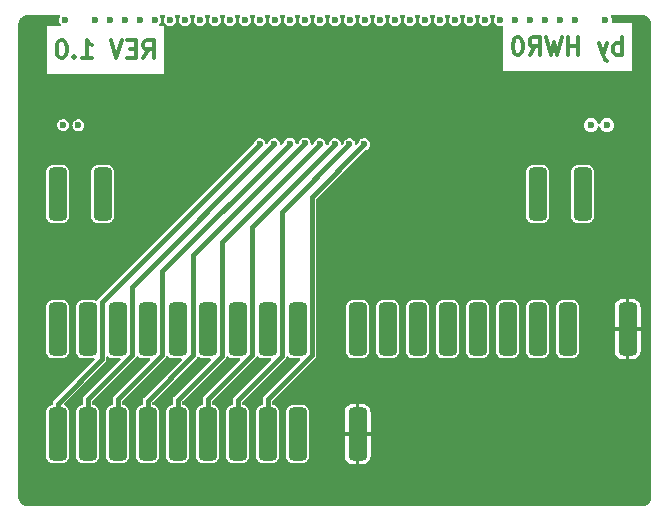
<source format=gbr>
%TF.GenerationSoftware,KiCad,Pcbnew,(5.99.0-11763-gc80efb0f98)*%
%TF.CreationDate,2021-08-26T10:07:41+03:00*%
%TF.ProjectId,E500_MCBB,45353030-5f4d-4434-9242-2e6b69636164,rev?*%
%TF.SameCoordinates,Original*%
%TF.FileFunction,Copper,L2,Bot*%
%TF.FilePolarity,Positive*%
%FSLAX46Y46*%
G04 Gerber Fmt 4.6, Leading zero omitted, Abs format (unit mm)*
G04 Created by KiCad (PCBNEW (5.99.0-11763-gc80efb0f98)) date 2021-08-26 10:07:41*
%MOMM*%
%LPD*%
G01*
G04 APERTURE LIST*
G04 Aperture macros list*
%AMRoundRect*
0 Rectangle with rounded corners*
0 $1 Rounding radius*
0 $2 $3 $4 $5 $6 $7 $8 $9 X,Y pos of 4 corners*
0 Add a 4 corners polygon primitive as box body*
4,1,4,$2,$3,$4,$5,$6,$7,$8,$9,$2,$3,0*
0 Add four circle primitives for the rounded corners*
1,1,$1+$1,$2,$3*
1,1,$1+$1,$4,$5*
1,1,$1+$1,$6,$7*
1,1,$1+$1,$8,$9*
0 Add four rect primitives between the rounded corners*
20,1,$1+$1,$2,$3,$4,$5,0*
20,1,$1+$1,$4,$5,$6,$7,0*
20,1,$1+$1,$6,$7,$8,$9,0*
20,1,$1+$1,$8,$9,$2,$3,0*%
G04 Aperture macros list end*
%ADD10C,0.300000*%
%TA.AperFunction,NonConductor*%
%ADD11C,0.300000*%
%TD*%
%TA.AperFunction,ComponentPad*%
%ADD12C,0.600000*%
%TD*%
%TA.AperFunction,ConnectorPad*%
%ADD13RoundRect,0.400000X-0.400000X-1.850000X0.400000X-1.850000X0.400000X1.850000X-0.400000X1.850000X0*%
%TD*%
%TA.AperFunction,ViaPad*%
%ADD14C,0.600000*%
%TD*%
%TA.AperFunction,Conductor*%
%ADD15C,0.400000*%
%TD*%
G04 APERTURE END LIST*
D10*
D11*
X140738285Y-81340571D02*
X141238285Y-80626285D01*
X141595428Y-81340571D02*
X141595428Y-79840571D01*
X141024000Y-79840571D01*
X140881142Y-79912000D01*
X140809714Y-79983428D01*
X140738285Y-80126285D01*
X140738285Y-80340571D01*
X140809714Y-80483428D01*
X140881142Y-80554857D01*
X141024000Y-80626285D01*
X141595428Y-80626285D01*
X140095428Y-80554857D02*
X139595428Y-80554857D01*
X139381142Y-81340571D02*
X140095428Y-81340571D01*
X140095428Y-79840571D01*
X139381142Y-79840571D01*
X138952571Y-79840571D02*
X138452571Y-81340571D01*
X137952571Y-79840571D01*
X135524000Y-81340571D02*
X136381142Y-81340571D01*
X135952571Y-81340571D02*
X135952571Y-79840571D01*
X136095428Y-80054857D01*
X136238285Y-80197714D01*
X136381142Y-80269142D01*
X134881142Y-81197714D02*
X134809714Y-81269142D01*
X134881142Y-81340571D01*
X134952571Y-81269142D01*
X134881142Y-81197714D01*
X134881142Y-81340571D01*
X133881142Y-79840571D02*
X133738285Y-79840571D01*
X133595428Y-79912000D01*
X133524000Y-79983428D01*
X133452571Y-80126285D01*
X133381142Y-80412000D01*
X133381142Y-80769142D01*
X133452571Y-81054857D01*
X133524000Y-81197714D01*
X133595428Y-81269142D01*
X133738285Y-81340571D01*
X133881142Y-81340571D01*
X134024000Y-81269142D01*
X134095428Y-81197714D01*
X134166857Y-81054857D01*
X134238285Y-80769142D01*
X134238285Y-80412000D01*
X134166857Y-80126285D01*
X134095428Y-79983428D01*
X134024000Y-79912000D01*
X133881142Y-79840571D01*
D10*
D11*
X181211428Y-81086571D02*
X181211428Y-79586571D01*
X181211428Y-80158000D02*
X181068571Y-80086571D01*
X180782857Y-80086571D01*
X180640000Y-80158000D01*
X180568571Y-80229428D01*
X180497142Y-80372285D01*
X180497142Y-80800857D01*
X180568571Y-80943714D01*
X180640000Y-81015142D01*
X180782857Y-81086571D01*
X181068571Y-81086571D01*
X181211428Y-81015142D01*
X179997142Y-80086571D02*
X179640000Y-81086571D01*
X179282857Y-80086571D02*
X179640000Y-81086571D01*
X179782857Y-81443714D01*
X179854285Y-81515142D01*
X179997142Y-81586571D01*
X177568571Y-81086571D02*
X177568571Y-79586571D01*
X177568571Y-80300857D02*
X176711428Y-80300857D01*
X176711428Y-81086571D02*
X176711428Y-79586571D01*
X176140000Y-79586571D02*
X175782857Y-81086571D01*
X175497142Y-80015142D01*
X175211428Y-81086571D01*
X174854285Y-79586571D01*
X173425714Y-81086571D02*
X173925714Y-80372285D01*
X174282857Y-81086571D02*
X174282857Y-79586571D01*
X173711428Y-79586571D01*
X173568571Y-79658000D01*
X173497142Y-79729428D01*
X173425714Y-79872285D01*
X173425714Y-80086571D01*
X173497142Y-80229428D01*
X173568571Y-80300857D01*
X173711428Y-80372285D01*
X174282857Y-80372285D01*
X172497142Y-79586571D02*
X172354285Y-79586571D01*
X172211428Y-79658000D01*
X172140000Y-79729428D01*
X172068571Y-79872285D01*
X171997142Y-80158000D01*
X171997142Y-80515142D01*
X172068571Y-80800857D01*
X172140000Y-80943714D01*
X172211428Y-81015142D01*
X172354285Y-81086571D01*
X172497142Y-81086571D01*
X172640000Y-81015142D01*
X172711428Y-80943714D01*
X172782857Y-80800857D01*
X172854285Y-80515142D01*
X172854285Y-80158000D01*
X172782857Y-79872285D01*
X172711428Y-79729428D01*
X172640000Y-79658000D01*
X172497142Y-79586571D01*
D12*
%TO.P,U1,35,GND*%
%TO.N,/GND*%
X179980000Y-87035000D03*
X178630000Y-87035000D03*
X179800000Y-78135000D03*
%TO.P,U1,34,OE*%
%TO.N,unconnected-(U1-Pad34)*%
X177260000Y-78135000D03*
%TO.P,U1,33,NC*%
%TO.N,unconnected-(U1-Pad33)*%
X175990000Y-78135000D03*
%TO.P,U1,32,~{CE6}*%
%TO.N,/~{CE6}*%
X174720000Y-78135000D03*
%TO.P,U1,31,CERAM*%
%TO.N,/CERAM*%
X173450000Y-78135000D03*
%TO.P,U1,30,D7*%
%TO.N,/D7*%
X172180000Y-78135000D03*
%TO.P,U1,29,D6*%
%TO.N,/D6*%
X170910000Y-78135000D03*
%TO.P,U1,28,D5*%
%TO.N,/D5*%
X169640000Y-78135000D03*
%TO.P,U1,27,D4*%
%TO.N,/D4*%
X168370000Y-78135000D03*
%TO.P,U1,26,D3*%
%TO.N,/D3*%
X167100000Y-78135000D03*
%TO.P,U1,25,D2*%
%TO.N,/D2*%
X165830000Y-78135000D03*
%TO.P,U1,24,D1*%
%TO.N,/D1*%
X164560000Y-78135000D03*
%TO.P,U1,23,D0*%
%TO.N,/D0*%
X163290000Y-78135000D03*
%TO.P,U1,22,VCC2*%
%TO.N,unconnected-(U1-Pad22)*%
X162020000Y-78135000D03*
%TO.P,U1,21,A17*%
%TO.N,/A17*%
X160750000Y-78135000D03*
%TO.P,U1,20,A16*%
%TO.N,/A16*%
X159480000Y-78135000D03*
%TO.P,U1,19,A15*%
%TO.N,/A15*%
X158210000Y-78135000D03*
%TO.P,U1,18,A14*%
%TO.N,/A14*%
X156940000Y-78135000D03*
%TO.P,U1,17,A13*%
%TO.N,/A13*%
X155670000Y-78135000D03*
%TO.P,U1,16,A12*%
%TO.N,/A12*%
X154400000Y-78135000D03*
%TO.P,U1,15,A11*%
%TO.N,/A11*%
X153130000Y-78135000D03*
%TO.P,U1,14,A10*%
%TO.N,/A10*%
X151860000Y-78135000D03*
%TO.P,U1,13,A9*%
%TO.N,/A9*%
X150590000Y-78135000D03*
%TO.P,U1,12,A8*%
%TO.N,/A8*%
X149320000Y-78135000D03*
%TO.P,U1,11,A7*%
%TO.N,/A7*%
X148050000Y-78135000D03*
%TO.P,U1,10,A6*%
%TO.N,/A6*%
X146780000Y-78135000D03*
%TO.P,U1,9,A5*%
%TO.N,/A5*%
X145510000Y-78135000D03*
%TO.P,U1,8,A4*%
%TO.N,/A4*%
X144240000Y-78135000D03*
%TO.P,U1,7,A3*%
%TO.N,/A3*%
X142970000Y-78135000D03*
%TO.P,U1,6,A2*%
%TO.N,/A2*%
X141700000Y-78135000D03*
%TO.P,U1,5,A1*%
%TO.N,/A1*%
X140430000Y-78135000D03*
%TO.P,U1,4,A0*%
%TO.N,/A0*%
X139160000Y-78135000D03*
%TO.P,U1,3,R/W*%
%TO.N,/R_W*%
X137890000Y-78135000D03*
%TO.P,U1,2,VCC*%
%TO.N,/VCC*%
X136620000Y-78135000D03*
%TO.P,U1,1,VCC*%
X135230000Y-87035000D03*
X134080000Y-78135000D03*
X133930000Y-87025000D03*
%TD*%
%TO.P,SP1,1,1*%
%TO.N,/VCC*%
X133460000Y-94505000D03*
X133460000Y-91330000D03*
D13*
X133460000Y-92870000D03*
%TD*%
D12*
%TO.P,SP2,1,1*%
%TO.N,/R_W*%
X137270000Y-91330000D03*
D13*
X137270000Y-92870000D03*
D12*
X137270000Y-94505000D03*
%TD*%
%TO.P,SP3,1,1*%
%TO.N,/A0*%
X133460000Y-102760000D03*
D13*
X133460000Y-104300000D03*
D12*
X133460000Y-105935000D03*
%TD*%
%TO.P,SP4,1,1*%
%TO.N,/A1*%
X136000000Y-102760000D03*
D13*
X136000000Y-104300000D03*
D12*
X136000000Y-105935000D03*
%TD*%
D13*
%TO.P,SP5,1,1*%
%TO.N,/A2*%
X138540000Y-104300000D03*
D12*
X138540000Y-102760000D03*
X138540000Y-105935000D03*
%TD*%
%TO.P,SP6,1,1*%
%TO.N,/A3*%
X141080000Y-105935000D03*
D13*
X141080000Y-104300000D03*
D12*
X141080000Y-102760000D03*
%TD*%
%TO.P,SP7,1,1*%
%TO.N,/A4*%
X143620000Y-105935000D03*
X143620000Y-102760000D03*
D13*
X143620000Y-104300000D03*
%TD*%
D12*
%TO.P,SP8,1,1*%
%TO.N,/A5*%
X146160000Y-102760000D03*
X146160000Y-105935000D03*
D13*
X146160000Y-104300000D03*
%TD*%
D12*
%TO.P,SP9,1,1*%
%TO.N,/A6*%
X148700000Y-105935000D03*
D13*
X148700000Y-104300000D03*
D12*
X148700000Y-102760000D03*
%TD*%
%TO.P,SP10,1,1*%
%TO.N,/A7*%
X151240000Y-105935000D03*
D13*
X151240000Y-104300000D03*
D12*
X151240000Y-102760000D03*
%TD*%
D13*
%TO.P,SP11,1,1*%
%TO.N,/A8*%
X153780000Y-104300000D03*
D12*
X153780000Y-105935000D03*
X153780000Y-102760000D03*
%TD*%
%TO.P,SP12,1,1*%
%TO.N,/A9*%
X133460000Y-111650000D03*
X133460000Y-114825000D03*
D13*
X133460000Y-113190000D03*
%TD*%
%TO.P,SP13,1,1*%
%TO.N,/A10*%
X136000000Y-113190000D03*
D12*
X136000000Y-111650000D03*
X136000000Y-114825000D03*
%TD*%
D13*
%TO.P,SP14,1,1*%
%TO.N,/A11*%
X138540000Y-113190000D03*
D12*
X138540000Y-111650000D03*
X138540000Y-114825000D03*
%TD*%
D13*
%TO.P,SP15,1,1*%
%TO.N,/A12*%
X141080000Y-113190000D03*
D12*
X141080000Y-114825000D03*
X141080000Y-111650000D03*
%TD*%
D13*
%TO.P,SP16,1,1*%
%TO.N,/A13*%
X143620000Y-113190000D03*
D12*
X143620000Y-111650000D03*
X143620000Y-114825000D03*
%TD*%
%TO.P,SP17,1,1*%
%TO.N,/A14*%
X146160000Y-111650000D03*
X146160000Y-114825000D03*
D13*
X146160000Y-113190000D03*
%TD*%
D12*
%TO.P,SP18,1,1*%
%TO.N,/A15*%
X148700000Y-111650000D03*
X148700000Y-114825000D03*
D13*
X148700000Y-113190000D03*
%TD*%
D12*
%TO.P,SP19,1,1*%
%TO.N,/A16*%
X151240000Y-111650000D03*
X151240000Y-114825000D03*
D13*
X151240000Y-113190000D03*
%TD*%
%TO.P,SP20,1,1*%
%TO.N,/A17*%
X153780000Y-113190000D03*
D12*
X153780000Y-111650000D03*
X153780000Y-114825000D03*
%TD*%
D13*
%TO.P,SP21,1,1*%
%TO.N,/D0*%
X158860000Y-104300000D03*
D12*
X158860000Y-105935000D03*
X158860000Y-102760000D03*
%TD*%
D13*
%TO.P,SP22,1,1*%
%TO.N,/D1*%
X161400000Y-104300000D03*
D12*
X161400000Y-105935000D03*
X161400000Y-102760000D03*
%TD*%
%TO.P,SP23,1,1*%
%TO.N,/D2*%
X163940000Y-105935000D03*
D13*
X163940000Y-104300000D03*
D12*
X163940000Y-102760000D03*
%TD*%
%TO.P,SP24,1,1*%
%TO.N,/D3*%
X166480000Y-102760000D03*
D13*
X166480000Y-104300000D03*
D12*
X166480000Y-105935000D03*
%TD*%
%TO.P,SP25,1,1*%
%TO.N,/D4*%
X169020000Y-105935000D03*
D13*
X169020000Y-104300000D03*
D12*
X169020000Y-102760000D03*
%TD*%
%TO.P,SP26,1,1*%
%TO.N,/D5*%
X171560000Y-102760000D03*
X171560000Y-105935000D03*
D13*
X171560000Y-104300000D03*
%TD*%
D12*
%TO.P,SP27,1,1*%
%TO.N,/D6*%
X174100000Y-102760000D03*
X174100000Y-105935000D03*
D13*
X174100000Y-104300000D03*
%TD*%
D12*
%TO.P,SP28,1,1*%
%TO.N,/D7*%
X176640000Y-102760000D03*
D13*
X176640000Y-104300000D03*
D12*
X176640000Y-105935000D03*
%TD*%
%TO.P,SP29,1,1*%
%TO.N,/CERAM*%
X174100000Y-91330000D03*
X174100000Y-94505000D03*
D13*
X174100000Y-92870000D03*
%TD*%
%TO.P,SP30,1,1*%
%TO.N,/~{CE6}*%
X177910000Y-92870000D03*
D12*
X177910000Y-91330000D03*
X177910000Y-94505000D03*
%TD*%
%TO.P,SP31,1,1*%
%TO.N,/GND*%
X158860000Y-114825000D03*
D13*
X158860000Y-113190000D03*
D12*
X158860000Y-111650000D03*
%TD*%
%TO.P,SP32,1,1*%
%TO.N,/GND*%
X181720000Y-105935000D03*
D13*
X181720000Y-104300000D03*
D12*
X181720000Y-102760000D03*
%TD*%
D14*
%TO.N,/GND*%
X138260000Y-90100000D03*
%TO.N,/A9*%
X150569440Y-88642680D03*
%TO.N,/A10*%
X151803880Y-88637600D03*
%TO.N,/A11*%
X153109440Y-88591880D03*
%TO.N,/A12*%
X154389600Y-88584260D03*
%TO.N,/A13*%
X155646900Y-88652840D03*
%TO.N,/A14*%
X156939760Y-88655380D03*
%TO.N,/A15*%
X158171660Y-88645220D03*
%TO.N,/A16*%
X159436580Y-88635060D03*
%TO.N,/GND*%
X166861000Y-118508000D03*
X158606000Y-108983000D03*
X131047000Y-117619000D03*
X172068000Y-115460000D03*
X182228000Y-117619000D03*
X181720000Y-89425000D03*
X157463000Y-95267000D03*
X182228000Y-111142000D03*
X131047000Y-107840000D03*
X181720000Y-97553000D03*
X131174000Y-88917000D03*
X134984000Y-117746000D03*
X179053000Y-108856000D03*
X168004000Y-108729000D03*
X156320000Y-114063000D03*
X132063000Y-97172000D03*
%TD*%
D15*
%TO.N,/A9*%
X137200010Y-102012110D02*
X137200010Y-106868590D01*
X137200010Y-106868590D02*
X133460000Y-110608600D01*
X133460000Y-110608600D02*
X133460000Y-114190000D01*
X150569440Y-88642680D02*
X137200010Y-102012110D01*
%TO.N,/A10*%
X139740010Y-100701470D02*
X139740010Y-106518070D01*
X139740010Y-106518070D02*
X136000000Y-110258080D01*
X136000000Y-110258080D02*
X136000000Y-111650000D01*
X151803880Y-88637600D02*
X139740010Y-100701470D01*
%TO.N,/A11*%
X142280010Y-106481378D02*
X138540000Y-110221388D01*
X142280010Y-99421310D02*
X142280010Y-106481378D01*
X153109440Y-88591880D02*
X142280010Y-99421310D01*
X138540000Y-110221388D02*
X138540000Y-114190000D01*
%TO.N,/A12*%
X144959990Y-98013870D02*
X144959990Y-106484770D01*
X141080000Y-110364760D02*
X141080000Y-114190000D01*
X144959990Y-106484770D02*
X141080000Y-110364760D01*
X154389600Y-88584260D02*
X144959990Y-98013870D01*
%TO.N,/A13*%
X147360010Y-96939730D02*
X147360010Y-106538390D01*
X155646900Y-88652840D02*
X147360010Y-96939730D01*
X147360010Y-106538390D02*
X143620000Y-110278400D01*
X143620000Y-110278400D02*
X143620000Y-114190000D01*
%TO.N,/A14*%
X149900010Y-95695130D02*
X149900010Y-106487590D01*
X149900010Y-106487590D02*
X146160000Y-110227600D01*
X146160000Y-110227600D02*
X146160000Y-114190000D01*
X156939760Y-88655380D02*
X149900010Y-95695130D01*
%TO.N,/A15*%
X152440010Y-106584110D02*
X148700000Y-110324120D01*
X148700000Y-110324120D02*
X148700000Y-114190000D01*
X152440010Y-94376870D02*
X152440010Y-106584110D01*
X158171660Y-88645220D02*
X152440010Y-94376870D01*
%TO.N,/A16*%
X159436580Y-88635060D02*
X154980010Y-93091630D01*
X154980010Y-93091630D02*
X154980010Y-106481378D01*
X154980010Y-106481378D02*
X151240000Y-110221388D01*
X151240000Y-110221388D02*
X151240000Y-114190000D01*
%TD*%
%TA.AperFunction,Conductor*%
%TO.N,/GND*%
G36*
X133636670Y-77718907D02*
G01*
X133672634Y-77768407D01*
X133672634Y-77829593D01*
X133661563Y-77852648D01*
X133657377Y-77857388D01*
X133596447Y-77987163D01*
X133574391Y-78128823D01*
X133575306Y-78135820D01*
X133575306Y-78135821D01*
X133576814Y-78147354D01*
X133592980Y-78270979D01*
X133595821Y-78277435D01*
X133595821Y-78277436D01*
X133603586Y-78295082D01*
X133650720Y-78402203D01*
X133668187Y-78422982D01*
X133726032Y-78491798D01*
X133749002Y-78548508D01*
X133734251Y-78607889D01*
X133687415Y-78647259D01*
X133650249Y-78654500D01*
X132595429Y-78654500D01*
X132595429Y-82669500D01*
X142452572Y-82669500D01*
X142452572Y-78654500D01*
X142128052Y-78654500D01*
X142069861Y-78635593D01*
X142033897Y-78586093D01*
X142033897Y-78524907D01*
X142054654Y-78489064D01*
X142114468Y-78422982D01*
X142119200Y-78417754D01*
X142181710Y-78288733D01*
X142184041Y-78274881D01*
X142204862Y-78151124D01*
X142204862Y-78151120D01*
X142205496Y-78147354D01*
X142205647Y-78135000D01*
X142185323Y-77993082D01*
X142125984Y-77862572D01*
X142121380Y-77857229D01*
X142118253Y-77852339D01*
X142102829Y-77793129D01*
X142125154Y-77736162D01*
X142176699Y-77703197D01*
X142201655Y-77700000D01*
X142468479Y-77700000D01*
X142526670Y-77718907D01*
X142562634Y-77768407D01*
X142562634Y-77829593D01*
X142551563Y-77852648D01*
X142547377Y-77857388D01*
X142486447Y-77987163D01*
X142464391Y-78128823D01*
X142465306Y-78135820D01*
X142465306Y-78135821D01*
X142466814Y-78147354D01*
X142482980Y-78270979D01*
X142485821Y-78277435D01*
X142485821Y-78277436D01*
X142493586Y-78295082D01*
X142540720Y-78402203D01*
X142552469Y-78416180D01*
X142628431Y-78506549D01*
X142628434Y-78506551D01*
X142632970Y-78511948D01*
X142638841Y-78515856D01*
X142638842Y-78515857D01*
X142648628Y-78522371D01*
X142752313Y-78591390D01*
X142852920Y-78622821D01*
X142882425Y-78632039D01*
X142882426Y-78632039D01*
X142889157Y-78634142D01*
X142960828Y-78635456D01*
X143025445Y-78636641D01*
X143025447Y-78636641D01*
X143032499Y-78636770D01*
X143039302Y-78634915D01*
X143039304Y-78634915D01*
X143135619Y-78608656D01*
X143170817Y-78599060D01*
X143292991Y-78524045D01*
X143300403Y-78515857D01*
X143384468Y-78422982D01*
X143389200Y-78417754D01*
X143451710Y-78288733D01*
X143454041Y-78274881D01*
X143474862Y-78151124D01*
X143474862Y-78151120D01*
X143475496Y-78147354D01*
X143475647Y-78135000D01*
X143455323Y-77993082D01*
X143395984Y-77862572D01*
X143391380Y-77857229D01*
X143388253Y-77852339D01*
X143372829Y-77793129D01*
X143395154Y-77736162D01*
X143446699Y-77703197D01*
X143471655Y-77700000D01*
X143738479Y-77700000D01*
X143796670Y-77718907D01*
X143832634Y-77768407D01*
X143832634Y-77829593D01*
X143821563Y-77852648D01*
X143817377Y-77857388D01*
X143756447Y-77987163D01*
X143734391Y-78128823D01*
X143735306Y-78135820D01*
X143735306Y-78135821D01*
X143736814Y-78147354D01*
X143752980Y-78270979D01*
X143755821Y-78277435D01*
X143755821Y-78277436D01*
X143763586Y-78295082D01*
X143810720Y-78402203D01*
X143822469Y-78416180D01*
X143898431Y-78506549D01*
X143898434Y-78506551D01*
X143902970Y-78511948D01*
X143908841Y-78515856D01*
X143908842Y-78515857D01*
X143918628Y-78522371D01*
X144022313Y-78591390D01*
X144122920Y-78622821D01*
X144152425Y-78632039D01*
X144152426Y-78632039D01*
X144159157Y-78634142D01*
X144230828Y-78635456D01*
X144295445Y-78636641D01*
X144295447Y-78636641D01*
X144302499Y-78636770D01*
X144309302Y-78634915D01*
X144309304Y-78634915D01*
X144405619Y-78608656D01*
X144440817Y-78599060D01*
X144562991Y-78524045D01*
X144570403Y-78515857D01*
X144654468Y-78422982D01*
X144659200Y-78417754D01*
X144721710Y-78288733D01*
X144724041Y-78274881D01*
X144744862Y-78151124D01*
X144744862Y-78151120D01*
X144745496Y-78147354D01*
X144745647Y-78135000D01*
X144725323Y-77993082D01*
X144665984Y-77862572D01*
X144661380Y-77857229D01*
X144658253Y-77852339D01*
X144642829Y-77793129D01*
X144665154Y-77736162D01*
X144716699Y-77703197D01*
X144741655Y-77700000D01*
X145008479Y-77700000D01*
X145066670Y-77718907D01*
X145102634Y-77768407D01*
X145102634Y-77829593D01*
X145091563Y-77852648D01*
X145087377Y-77857388D01*
X145026447Y-77987163D01*
X145004391Y-78128823D01*
X145005306Y-78135820D01*
X145005306Y-78135821D01*
X145006814Y-78147354D01*
X145022980Y-78270979D01*
X145025821Y-78277435D01*
X145025821Y-78277436D01*
X145033586Y-78295082D01*
X145080720Y-78402203D01*
X145092469Y-78416180D01*
X145168431Y-78506549D01*
X145168434Y-78506551D01*
X145172970Y-78511948D01*
X145178841Y-78515856D01*
X145178842Y-78515857D01*
X145188628Y-78522371D01*
X145292313Y-78591390D01*
X145392920Y-78622821D01*
X145422425Y-78632039D01*
X145422426Y-78632039D01*
X145429157Y-78634142D01*
X145500828Y-78635456D01*
X145565445Y-78636641D01*
X145565447Y-78636641D01*
X145572499Y-78636770D01*
X145579302Y-78634915D01*
X145579304Y-78634915D01*
X145675619Y-78608656D01*
X145710817Y-78599060D01*
X145832991Y-78524045D01*
X145840403Y-78515857D01*
X145924468Y-78422982D01*
X145929200Y-78417754D01*
X145991710Y-78288733D01*
X145994041Y-78274881D01*
X146014862Y-78151124D01*
X146014862Y-78151120D01*
X146015496Y-78147354D01*
X146015647Y-78135000D01*
X145995323Y-77993082D01*
X145935984Y-77862572D01*
X145931380Y-77857229D01*
X145928253Y-77852339D01*
X145912829Y-77793129D01*
X145935154Y-77736162D01*
X145986699Y-77703197D01*
X146011655Y-77700000D01*
X146278479Y-77700000D01*
X146336670Y-77718907D01*
X146372634Y-77768407D01*
X146372634Y-77829593D01*
X146361563Y-77852648D01*
X146357377Y-77857388D01*
X146296447Y-77987163D01*
X146274391Y-78128823D01*
X146275306Y-78135820D01*
X146275306Y-78135821D01*
X146276814Y-78147354D01*
X146292980Y-78270979D01*
X146295821Y-78277435D01*
X146295821Y-78277436D01*
X146303586Y-78295082D01*
X146350720Y-78402203D01*
X146362469Y-78416180D01*
X146438431Y-78506549D01*
X146438434Y-78506551D01*
X146442970Y-78511948D01*
X146448841Y-78515856D01*
X146448842Y-78515857D01*
X146458628Y-78522371D01*
X146562313Y-78591390D01*
X146662920Y-78622821D01*
X146692425Y-78632039D01*
X146692426Y-78632039D01*
X146699157Y-78634142D01*
X146770828Y-78635456D01*
X146835445Y-78636641D01*
X146835447Y-78636641D01*
X146842499Y-78636770D01*
X146849302Y-78634915D01*
X146849304Y-78634915D01*
X146945619Y-78608656D01*
X146980817Y-78599060D01*
X147102991Y-78524045D01*
X147110403Y-78515857D01*
X147194468Y-78422982D01*
X147199200Y-78417754D01*
X147261710Y-78288733D01*
X147264041Y-78274881D01*
X147284862Y-78151124D01*
X147284862Y-78151120D01*
X147285496Y-78147354D01*
X147285647Y-78135000D01*
X147265323Y-77993082D01*
X147205984Y-77862572D01*
X147201380Y-77857229D01*
X147198253Y-77852339D01*
X147182829Y-77793129D01*
X147205154Y-77736162D01*
X147256699Y-77703197D01*
X147281655Y-77700000D01*
X147548479Y-77700000D01*
X147606670Y-77718907D01*
X147642634Y-77768407D01*
X147642634Y-77829593D01*
X147631563Y-77852648D01*
X147627377Y-77857388D01*
X147566447Y-77987163D01*
X147544391Y-78128823D01*
X147545306Y-78135820D01*
X147545306Y-78135821D01*
X147546814Y-78147354D01*
X147562980Y-78270979D01*
X147565821Y-78277435D01*
X147565821Y-78277436D01*
X147573586Y-78295082D01*
X147620720Y-78402203D01*
X147632469Y-78416180D01*
X147708431Y-78506549D01*
X147708434Y-78506551D01*
X147712970Y-78511948D01*
X147718841Y-78515856D01*
X147718842Y-78515857D01*
X147728628Y-78522371D01*
X147832313Y-78591390D01*
X147932920Y-78622821D01*
X147962425Y-78632039D01*
X147962426Y-78632039D01*
X147969157Y-78634142D01*
X148040828Y-78635456D01*
X148105445Y-78636641D01*
X148105447Y-78636641D01*
X148112499Y-78636770D01*
X148119302Y-78634915D01*
X148119304Y-78634915D01*
X148215619Y-78608656D01*
X148250817Y-78599060D01*
X148372991Y-78524045D01*
X148380403Y-78515857D01*
X148464468Y-78422982D01*
X148469200Y-78417754D01*
X148531710Y-78288733D01*
X148534041Y-78274881D01*
X148554862Y-78151124D01*
X148554862Y-78151120D01*
X148555496Y-78147354D01*
X148555647Y-78135000D01*
X148535323Y-77993082D01*
X148475984Y-77862572D01*
X148471380Y-77857229D01*
X148468253Y-77852339D01*
X148452829Y-77793129D01*
X148475154Y-77736162D01*
X148526699Y-77703197D01*
X148551655Y-77700000D01*
X148818479Y-77700000D01*
X148876670Y-77718907D01*
X148912634Y-77768407D01*
X148912634Y-77829593D01*
X148901563Y-77852648D01*
X148897377Y-77857388D01*
X148836447Y-77987163D01*
X148814391Y-78128823D01*
X148815306Y-78135820D01*
X148815306Y-78135821D01*
X148816814Y-78147354D01*
X148832980Y-78270979D01*
X148835821Y-78277435D01*
X148835821Y-78277436D01*
X148843586Y-78295082D01*
X148890720Y-78402203D01*
X148902469Y-78416180D01*
X148978431Y-78506549D01*
X148978434Y-78506551D01*
X148982970Y-78511948D01*
X148988841Y-78515856D01*
X148988842Y-78515857D01*
X148998628Y-78522371D01*
X149102313Y-78591390D01*
X149202920Y-78622821D01*
X149232425Y-78632039D01*
X149232426Y-78632039D01*
X149239157Y-78634142D01*
X149310828Y-78635456D01*
X149375445Y-78636641D01*
X149375447Y-78636641D01*
X149382499Y-78636770D01*
X149389302Y-78634915D01*
X149389304Y-78634915D01*
X149485619Y-78608656D01*
X149520817Y-78599060D01*
X149642991Y-78524045D01*
X149650403Y-78515857D01*
X149734468Y-78422982D01*
X149739200Y-78417754D01*
X149801710Y-78288733D01*
X149804041Y-78274881D01*
X149824862Y-78151124D01*
X149824862Y-78151120D01*
X149825496Y-78147354D01*
X149825647Y-78135000D01*
X149805323Y-77993082D01*
X149745984Y-77862572D01*
X149741380Y-77857229D01*
X149738253Y-77852339D01*
X149722829Y-77793129D01*
X149745154Y-77736162D01*
X149796699Y-77703197D01*
X149821655Y-77700000D01*
X150088479Y-77700000D01*
X150146670Y-77718907D01*
X150182634Y-77768407D01*
X150182634Y-77829593D01*
X150171563Y-77852648D01*
X150167377Y-77857388D01*
X150106447Y-77987163D01*
X150084391Y-78128823D01*
X150085306Y-78135820D01*
X150085306Y-78135821D01*
X150086814Y-78147354D01*
X150102980Y-78270979D01*
X150105821Y-78277435D01*
X150105821Y-78277436D01*
X150113586Y-78295082D01*
X150160720Y-78402203D01*
X150172469Y-78416180D01*
X150248431Y-78506549D01*
X150248434Y-78506551D01*
X150252970Y-78511948D01*
X150258841Y-78515856D01*
X150258842Y-78515857D01*
X150268628Y-78522371D01*
X150372313Y-78591390D01*
X150472920Y-78622821D01*
X150502425Y-78632039D01*
X150502426Y-78632039D01*
X150509157Y-78634142D01*
X150580828Y-78635456D01*
X150645445Y-78636641D01*
X150645447Y-78636641D01*
X150652499Y-78636770D01*
X150659302Y-78634915D01*
X150659304Y-78634915D01*
X150755619Y-78608656D01*
X150790817Y-78599060D01*
X150912991Y-78524045D01*
X150920403Y-78515857D01*
X151004468Y-78422982D01*
X151009200Y-78417754D01*
X151071710Y-78288733D01*
X151074041Y-78274881D01*
X151094862Y-78151124D01*
X151094862Y-78151120D01*
X151095496Y-78147354D01*
X151095647Y-78135000D01*
X151075323Y-77993082D01*
X151015984Y-77862572D01*
X151011380Y-77857229D01*
X151008253Y-77852339D01*
X150992829Y-77793129D01*
X151015154Y-77736162D01*
X151066699Y-77703197D01*
X151091655Y-77700000D01*
X151358479Y-77700000D01*
X151416670Y-77718907D01*
X151452634Y-77768407D01*
X151452634Y-77829593D01*
X151441563Y-77852648D01*
X151437377Y-77857388D01*
X151376447Y-77987163D01*
X151354391Y-78128823D01*
X151355306Y-78135820D01*
X151355306Y-78135821D01*
X151356814Y-78147354D01*
X151372980Y-78270979D01*
X151375821Y-78277435D01*
X151375821Y-78277436D01*
X151383586Y-78295082D01*
X151430720Y-78402203D01*
X151442469Y-78416180D01*
X151518431Y-78506549D01*
X151518434Y-78506551D01*
X151522970Y-78511948D01*
X151528841Y-78515856D01*
X151528842Y-78515857D01*
X151538628Y-78522371D01*
X151642313Y-78591390D01*
X151742920Y-78622821D01*
X151772425Y-78632039D01*
X151772426Y-78632039D01*
X151779157Y-78634142D01*
X151850828Y-78635456D01*
X151915445Y-78636641D01*
X151915447Y-78636641D01*
X151922499Y-78636770D01*
X151929302Y-78634915D01*
X151929304Y-78634915D01*
X152025619Y-78608656D01*
X152060817Y-78599060D01*
X152182991Y-78524045D01*
X152190403Y-78515857D01*
X152274468Y-78422982D01*
X152279200Y-78417754D01*
X152341710Y-78288733D01*
X152344041Y-78274881D01*
X152364862Y-78151124D01*
X152364862Y-78151120D01*
X152365496Y-78147354D01*
X152365647Y-78135000D01*
X152345323Y-77993082D01*
X152285984Y-77862572D01*
X152281380Y-77857229D01*
X152278253Y-77852339D01*
X152262829Y-77793129D01*
X152285154Y-77736162D01*
X152336699Y-77703197D01*
X152361655Y-77700000D01*
X152628479Y-77700000D01*
X152686670Y-77718907D01*
X152722634Y-77768407D01*
X152722634Y-77829593D01*
X152711563Y-77852648D01*
X152707377Y-77857388D01*
X152646447Y-77987163D01*
X152624391Y-78128823D01*
X152625306Y-78135820D01*
X152625306Y-78135821D01*
X152626814Y-78147354D01*
X152642980Y-78270979D01*
X152645821Y-78277435D01*
X152645821Y-78277436D01*
X152653586Y-78295082D01*
X152700720Y-78402203D01*
X152712469Y-78416180D01*
X152788431Y-78506549D01*
X152788434Y-78506551D01*
X152792970Y-78511948D01*
X152798841Y-78515856D01*
X152798842Y-78515857D01*
X152808628Y-78522371D01*
X152912313Y-78591390D01*
X153012920Y-78622821D01*
X153042425Y-78632039D01*
X153042426Y-78632039D01*
X153049157Y-78634142D01*
X153120828Y-78635456D01*
X153185445Y-78636641D01*
X153185447Y-78636641D01*
X153192499Y-78636770D01*
X153199302Y-78634915D01*
X153199304Y-78634915D01*
X153295619Y-78608656D01*
X153330817Y-78599060D01*
X153452991Y-78524045D01*
X153460403Y-78515857D01*
X153544468Y-78422982D01*
X153549200Y-78417754D01*
X153611710Y-78288733D01*
X153614041Y-78274881D01*
X153634862Y-78151124D01*
X153634862Y-78151120D01*
X153635496Y-78147354D01*
X153635647Y-78135000D01*
X153615323Y-77993082D01*
X153555984Y-77862572D01*
X153551380Y-77857229D01*
X153548253Y-77852339D01*
X153532829Y-77793129D01*
X153555154Y-77736162D01*
X153606699Y-77703197D01*
X153631655Y-77700000D01*
X153898479Y-77700000D01*
X153956670Y-77718907D01*
X153992634Y-77768407D01*
X153992634Y-77829593D01*
X153981563Y-77852648D01*
X153977377Y-77857388D01*
X153916447Y-77987163D01*
X153894391Y-78128823D01*
X153895306Y-78135820D01*
X153895306Y-78135821D01*
X153896814Y-78147354D01*
X153912980Y-78270979D01*
X153915821Y-78277435D01*
X153915821Y-78277436D01*
X153923586Y-78295082D01*
X153970720Y-78402203D01*
X153982469Y-78416180D01*
X154058431Y-78506549D01*
X154058434Y-78506551D01*
X154062970Y-78511948D01*
X154068841Y-78515856D01*
X154068842Y-78515857D01*
X154078628Y-78522371D01*
X154182313Y-78591390D01*
X154282920Y-78622821D01*
X154312425Y-78632039D01*
X154312426Y-78632039D01*
X154319157Y-78634142D01*
X154390828Y-78635456D01*
X154455445Y-78636641D01*
X154455447Y-78636641D01*
X154462499Y-78636770D01*
X154469302Y-78634915D01*
X154469304Y-78634915D01*
X154565619Y-78608656D01*
X154600817Y-78599060D01*
X154722991Y-78524045D01*
X154730403Y-78515857D01*
X154814468Y-78422982D01*
X154819200Y-78417754D01*
X154881710Y-78288733D01*
X154884041Y-78274881D01*
X154904862Y-78151124D01*
X154904862Y-78151120D01*
X154905496Y-78147354D01*
X154905647Y-78135000D01*
X154885323Y-77993082D01*
X154825984Y-77862572D01*
X154821380Y-77857229D01*
X154818253Y-77852339D01*
X154802829Y-77793129D01*
X154825154Y-77736162D01*
X154876699Y-77703197D01*
X154901655Y-77700000D01*
X155168479Y-77700000D01*
X155226670Y-77718907D01*
X155262634Y-77768407D01*
X155262634Y-77829593D01*
X155251563Y-77852648D01*
X155247377Y-77857388D01*
X155186447Y-77987163D01*
X155164391Y-78128823D01*
X155165306Y-78135820D01*
X155165306Y-78135821D01*
X155166814Y-78147354D01*
X155182980Y-78270979D01*
X155185821Y-78277435D01*
X155185821Y-78277436D01*
X155193586Y-78295082D01*
X155240720Y-78402203D01*
X155252469Y-78416180D01*
X155328431Y-78506549D01*
X155328434Y-78506551D01*
X155332970Y-78511948D01*
X155338841Y-78515856D01*
X155338842Y-78515857D01*
X155348628Y-78522371D01*
X155452313Y-78591390D01*
X155552920Y-78622821D01*
X155582425Y-78632039D01*
X155582426Y-78632039D01*
X155589157Y-78634142D01*
X155660828Y-78635456D01*
X155725445Y-78636641D01*
X155725447Y-78636641D01*
X155732499Y-78636770D01*
X155739302Y-78634915D01*
X155739304Y-78634915D01*
X155835619Y-78608656D01*
X155870817Y-78599060D01*
X155992991Y-78524045D01*
X156000403Y-78515857D01*
X156084468Y-78422982D01*
X156089200Y-78417754D01*
X156151710Y-78288733D01*
X156154041Y-78274881D01*
X156174862Y-78151124D01*
X156174862Y-78151120D01*
X156175496Y-78147354D01*
X156175647Y-78135000D01*
X156155323Y-77993082D01*
X156095984Y-77862572D01*
X156091380Y-77857229D01*
X156088253Y-77852339D01*
X156072829Y-77793129D01*
X156095154Y-77736162D01*
X156146699Y-77703197D01*
X156171655Y-77700000D01*
X156438479Y-77700000D01*
X156496670Y-77718907D01*
X156532634Y-77768407D01*
X156532634Y-77829593D01*
X156521563Y-77852648D01*
X156517377Y-77857388D01*
X156456447Y-77987163D01*
X156434391Y-78128823D01*
X156435306Y-78135820D01*
X156435306Y-78135821D01*
X156436814Y-78147354D01*
X156452980Y-78270979D01*
X156455821Y-78277435D01*
X156455821Y-78277436D01*
X156463586Y-78295082D01*
X156510720Y-78402203D01*
X156522469Y-78416180D01*
X156598431Y-78506549D01*
X156598434Y-78506551D01*
X156602970Y-78511948D01*
X156608841Y-78515856D01*
X156608842Y-78515857D01*
X156618628Y-78522371D01*
X156722313Y-78591390D01*
X156822920Y-78622821D01*
X156852425Y-78632039D01*
X156852426Y-78632039D01*
X156859157Y-78634142D01*
X156930828Y-78635456D01*
X156995445Y-78636641D01*
X156995447Y-78636641D01*
X157002499Y-78636770D01*
X157009302Y-78634915D01*
X157009304Y-78634915D01*
X157105619Y-78608656D01*
X157140817Y-78599060D01*
X157262991Y-78524045D01*
X157270403Y-78515857D01*
X157354468Y-78422982D01*
X157359200Y-78417754D01*
X157421710Y-78288733D01*
X157424041Y-78274881D01*
X157444862Y-78151124D01*
X157444862Y-78151120D01*
X157445496Y-78147354D01*
X157445647Y-78135000D01*
X157425323Y-77993082D01*
X157365984Y-77862572D01*
X157361380Y-77857229D01*
X157358253Y-77852339D01*
X157342829Y-77793129D01*
X157365154Y-77736162D01*
X157416699Y-77703197D01*
X157441655Y-77700000D01*
X157708479Y-77700000D01*
X157766670Y-77718907D01*
X157802634Y-77768407D01*
X157802634Y-77829593D01*
X157791563Y-77852648D01*
X157787377Y-77857388D01*
X157726447Y-77987163D01*
X157704391Y-78128823D01*
X157705306Y-78135820D01*
X157705306Y-78135821D01*
X157706814Y-78147354D01*
X157722980Y-78270979D01*
X157725821Y-78277435D01*
X157725821Y-78277436D01*
X157733586Y-78295082D01*
X157780720Y-78402203D01*
X157792469Y-78416180D01*
X157868431Y-78506549D01*
X157868434Y-78506551D01*
X157872970Y-78511948D01*
X157878841Y-78515856D01*
X157878842Y-78515857D01*
X157888628Y-78522371D01*
X157992313Y-78591390D01*
X158092920Y-78622821D01*
X158122425Y-78632039D01*
X158122426Y-78632039D01*
X158129157Y-78634142D01*
X158200828Y-78635456D01*
X158265445Y-78636641D01*
X158265447Y-78636641D01*
X158272499Y-78636770D01*
X158279302Y-78634915D01*
X158279304Y-78634915D01*
X158375619Y-78608656D01*
X158410817Y-78599060D01*
X158532991Y-78524045D01*
X158540403Y-78515857D01*
X158624468Y-78422982D01*
X158629200Y-78417754D01*
X158691710Y-78288733D01*
X158694041Y-78274881D01*
X158714862Y-78151124D01*
X158714862Y-78151120D01*
X158715496Y-78147354D01*
X158715647Y-78135000D01*
X158695323Y-77993082D01*
X158635984Y-77862572D01*
X158631380Y-77857229D01*
X158628253Y-77852339D01*
X158612829Y-77793129D01*
X158635154Y-77736162D01*
X158686699Y-77703197D01*
X158711655Y-77700000D01*
X158978479Y-77700000D01*
X159036670Y-77718907D01*
X159072634Y-77768407D01*
X159072634Y-77829593D01*
X159061563Y-77852648D01*
X159057377Y-77857388D01*
X158996447Y-77987163D01*
X158974391Y-78128823D01*
X158975306Y-78135820D01*
X158975306Y-78135821D01*
X158976814Y-78147354D01*
X158992980Y-78270979D01*
X158995821Y-78277435D01*
X158995821Y-78277436D01*
X159003586Y-78295082D01*
X159050720Y-78402203D01*
X159062469Y-78416180D01*
X159138431Y-78506549D01*
X159138434Y-78506551D01*
X159142970Y-78511948D01*
X159148841Y-78515856D01*
X159148842Y-78515857D01*
X159158628Y-78522371D01*
X159262313Y-78591390D01*
X159362920Y-78622821D01*
X159392425Y-78632039D01*
X159392426Y-78632039D01*
X159399157Y-78634142D01*
X159470828Y-78635456D01*
X159535445Y-78636641D01*
X159535447Y-78636641D01*
X159542499Y-78636770D01*
X159549302Y-78634915D01*
X159549304Y-78634915D01*
X159645619Y-78608656D01*
X159680817Y-78599060D01*
X159802991Y-78524045D01*
X159810403Y-78515857D01*
X159894468Y-78422982D01*
X159899200Y-78417754D01*
X159961710Y-78288733D01*
X159964041Y-78274881D01*
X159984862Y-78151124D01*
X159984862Y-78151120D01*
X159985496Y-78147354D01*
X159985647Y-78135000D01*
X159965323Y-77993082D01*
X159905984Y-77862572D01*
X159901380Y-77857229D01*
X159898253Y-77852339D01*
X159882829Y-77793129D01*
X159905154Y-77736162D01*
X159956699Y-77703197D01*
X159981655Y-77700000D01*
X160248479Y-77700000D01*
X160306670Y-77718907D01*
X160342634Y-77768407D01*
X160342634Y-77829593D01*
X160331563Y-77852648D01*
X160327377Y-77857388D01*
X160266447Y-77987163D01*
X160244391Y-78128823D01*
X160245306Y-78135820D01*
X160245306Y-78135821D01*
X160246814Y-78147354D01*
X160262980Y-78270979D01*
X160265821Y-78277435D01*
X160265821Y-78277436D01*
X160273586Y-78295082D01*
X160320720Y-78402203D01*
X160332469Y-78416180D01*
X160408431Y-78506549D01*
X160408434Y-78506551D01*
X160412970Y-78511948D01*
X160418841Y-78515856D01*
X160418842Y-78515857D01*
X160428628Y-78522371D01*
X160532313Y-78591390D01*
X160632920Y-78622821D01*
X160662425Y-78632039D01*
X160662426Y-78632039D01*
X160669157Y-78634142D01*
X160740828Y-78635456D01*
X160805445Y-78636641D01*
X160805447Y-78636641D01*
X160812499Y-78636770D01*
X160819302Y-78634915D01*
X160819304Y-78634915D01*
X160915619Y-78608656D01*
X160950817Y-78599060D01*
X161072991Y-78524045D01*
X161080403Y-78515857D01*
X161164468Y-78422982D01*
X161169200Y-78417754D01*
X161231710Y-78288733D01*
X161234041Y-78274881D01*
X161254862Y-78151124D01*
X161254862Y-78151120D01*
X161255496Y-78147354D01*
X161255647Y-78135000D01*
X161235323Y-77993082D01*
X161175984Y-77862572D01*
X161171380Y-77857229D01*
X161168253Y-77852339D01*
X161152829Y-77793129D01*
X161175154Y-77736162D01*
X161226699Y-77703197D01*
X161251655Y-77700000D01*
X161518479Y-77700000D01*
X161576670Y-77718907D01*
X161612634Y-77768407D01*
X161612634Y-77829593D01*
X161601563Y-77852648D01*
X161597377Y-77857388D01*
X161536447Y-77987163D01*
X161514391Y-78128823D01*
X161515306Y-78135820D01*
X161515306Y-78135821D01*
X161516814Y-78147354D01*
X161532980Y-78270979D01*
X161535821Y-78277435D01*
X161535821Y-78277436D01*
X161543586Y-78295082D01*
X161590720Y-78402203D01*
X161602469Y-78416180D01*
X161678431Y-78506549D01*
X161678434Y-78506551D01*
X161682970Y-78511948D01*
X161688841Y-78515856D01*
X161688842Y-78515857D01*
X161698628Y-78522371D01*
X161802313Y-78591390D01*
X161902920Y-78622821D01*
X161932425Y-78632039D01*
X161932426Y-78632039D01*
X161939157Y-78634142D01*
X162010828Y-78635456D01*
X162075445Y-78636641D01*
X162075447Y-78636641D01*
X162082499Y-78636770D01*
X162089302Y-78634915D01*
X162089304Y-78634915D01*
X162185619Y-78608656D01*
X162220817Y-78599060D01*
X162342991Y-78524045D01*
X162350403Y-78515857D01*
X162434468Y-78422982D01*
X162439200Y-78417754D01*
X162501710Y-78288733D01*
X162504041Y-78274881D01*
X162524862Y-78151124D01*
X162524862Y-78151120D01*
X162525496Y-78147354D01*
X162525647Y-78135000D01*
X162505323Y-77993082D01*
X162445984Y-77862572D01*
X162441380Y-77857229D01*
X162438253Y-77852339D01*
X162422829Y-77793129D01*
X162445154Y-77736162D01*
X162496699Y-77703197D01*
X162521655Y-77700000D01*
X162788479Y-77700000D01*
X162846670Y-77718907D01*
X162882634Y-77768407D01*
X162882634Y-77829593D01*
X162871563Y-77852648D01*
X162867377Y-77857388D01*
X162806447Y-77987163D01*
X162784391Y-78128823D01*
X162785306Y-78135820D01*
X162785306Y-78135821D01*
X162786814Y-78147354D01*
X162802980Y-78270979D01*
X162805821Y-78277435D01*
X162805821Y-78277436D01*
X162813586Y-78295082D01*
X162860720Y-78402203D01*
X162872469Y-78416180D01*
X162948431Y-78506549D01*
X162948434Y-78506551D01*
X162952970Y-78511948D01*
X162958841Y-78515856D01*
X162958842Y-78515857D01*
X162968628Y-78522371D01*
X163072313Y-78591390D01*
X163172920Y-78622821D01*
X163202425Y-78632039D01*
X163202426Y-78632039D01*
X163209157Y-78634142D01*
X163280828Y-78635456D01*
X163345445Y-78636641D01*
X163345447Y-78636641D01*
X163352499Y-78636770D01*
X163359302Y-78634915D01*
X163359304Y-78634915D01*
X163455619Y-78608656D01*
X163490817Y-78599060D01*
X163612991Y-78524045D01*
X163620403Y-78515857D01*
X163704468Y-78422982D01*
X163709200Y-78417754D01*
X163771710Y-78288733D01*
X163774041Y-78274881D01*
X163794862Y-78151124D01*
X163794862Y-78151120D01*
X163795496Y-78147354D01*
X163795647Y-78135000D01*
X163775323Y-77993082D01*
X163715984Y-77862572D01*
X163711380Y-77857229D01*
X163708253Y-77852339D01*
X163692829Y-77793129D01*
X163715154Y-77736162D01*
X163766699Y-77703197D01*
X163791655Y-77700000D01*
X164058479Y-77700000D01*
X164116670Y-77718907D01*
X164152634Y-77768407D01*
X164152634Y-77829593D01*
X164141563Y-77852648D01*
X164137377Y-77857388D01*
X164076447Y-77987163D01*
X164054391Y-78128823D01*
X164055306Y-78135820D01*
X164055306Y-78135821D01*
X164056814Y-78147354D01*
X164072980Y-78270979D01*
X164075821Y-78277435D01*
X164075821Y-78277436D01*
X164083586Y-78295082D01*
X164130720Y-78402203D01*
X164142469Y-78416180D01*
X164218431Y-78506549D01*
X164218434Y-78506551D01*
X164222970Y-78511948D01*
X164228841Y-78515856D01*
X164228842Y-78515857D01*
X164238628Y-78522371D01*
X164342313Y-78591390D01*
X164442920Y-78622821D01*
X164472425Y-78632039D01*
X164472426Y-78632039D01*
X164479157Y-78634142D01*
X164550828Y-78635456D01*
X164615445Y-78636641D01*
X164615447Y-78636641D01*
X164622499Y-78636770D01*
X164629302Y-78634915D01*
X164629304Y-78634915D01*
X164725619Y-78608656D01*
X164760817Y-78599060D01*
X164882991Y-78524045D01*
X164890403Y-78515857D01*
X164974468Y-78422982D01*
X164979200Y-78417754D01*
X165041710Y-78288733D01*
X165044041Y-78274881D01*
X165064862Y-78151124D01*
X165064862Y-78151120D01*
X165065496Y-78147354D01*
X165065647Y-78135000D01*
X165045323Y-77993082D01*
X164985984Y-77862572D01*
X164981380Y-77857229D01*
X164978253Y-77852339D01*
X164962829Y-77793129D01*
X164985154Y-77736162D01*
X165036699Y-77703197D01*
X165061655Y-77700000D01*
X165328479Y-77700000D01*
X165386670Y-77718907D01*
X165422634Y-77768407D01*
X165422634Y-77829593D01*
X165411563Y-77852648D01*
X165407377Y-77857388D01*
X165346447Y-77987163D01*
X165324391Y-78128823D01*
X165325306Y-78135820D01*
X165325306Y-78135821D01*
X165326814Y-78147354D01*
X165342980Y-78270979D01*
X165345821Y-78277435D01*
X165345821Y-78277436D01*
X165353586Y-78295082D01*
X165400720Y-78402203D01*
X165412469Y-78416180D01*
X165488431Y-78506549D01*
X165488434Y-78506551D01*
X165492970Y-78511948D01*
X165498841Y-78515856D01*
X165498842Y-78515857D01*
X165508628Y-78522371D01*
X165612313Y-78591390D01*
X165712920Y-78622821D01*
X165742425Y-78632039D01*
X165742426Y-78632039D01*
X165749157Y-78634142D01*
X165820828Y-78635456D01*
X165885445Y-78636641D01*
X165885447Y-78636641D01*
X165892499Y-78636770D01*
X165899302Y-78634915D01*
X165899304Y-78634915D01*
X165995619Y-78608656D01*
X166030817Y-78599060D01*
X166152991Y-78524045D01*
X166160403Y-78515857D01*
X166244468Y-78422982D01*
X166249200Y-78417754D01*
X166311710Y-78288733D01*
X166314041Y-78274881D01*
X166334862Y-78151124D01*
X166334862Y-78151120D01*
X166335496Y-78147354D01*
X166335647Y-78135000D01*
X166315323Y-77993082D01*
X166255984Y-77862572D01*
X166251380Y-77857229D01*
X166248253Y-77852339D01*
X166232829Y-77793129D01*
X166255154Y-77736162D01*
X166306699Y-77703197D01*
X166331655Y-77700000D01*
X166598479Y-77700000D01*
X166656670Y-77718907D01*
X166692634Y-77768407D01*
X166692634Y-77829593D01*
X166681563Y-77852648D01*
X166677377Y-77857388D01*
X166616447Y-77987163D01*
X166594391Y-78128823D01*
X166595306Y-78135820D01*
X166595306Y-78135821D01*
X166596814Y-78147354D01*
X166612980Y-78270979D01*
X166615821Y-78277435D01*
X166615821Y-78277436D01*
X166623586Y-78295082D01*
X166670720Y-78402203D01*
X166682469Y-78416180D01*
X166758431Y-78506549D01*
X166758434Y-78506551D01*
X166762970Y-78511948D01*
X166768841Y-78515856D01*
X166768842Y-78515857D01*
X166778628Y-78522371D01*
X166882313Y-78591390D01*
X166982920Y-78622821D01*
X167012425Y-78632039D01*
X167012426Y-78632039D01*
X167019157Y-78634142D01*
X167090828Y-78635456D01*
X167155445Y-78636641D01*
X167155447Y-78636641D01*
X167162499Y-78636770D01*
X167169302Y-78634915D01*
X167169304Y-78634915D01*
X167265619Y-78608656D01*
X167300817Y-78599060D01*
X167422991Y-78524045D01*
X167430403Y-78515857D01*
X167514468Y-78422982D01*
X167519200Y-78417754D01*
X167581710Y-78288733D01*
X167584041Y-78274881D01*
X167604862Y-78151124D01*
X167604862Y-78151120D01*
X167605496Y-78147354D01*
X167605647Y-78135000D01*
X167585323Y-77993082D01*
X167525984Y-77862572D01*
X167521380Y-77857229D01*
X167518253Y-77852339D01*
X167502829Y-77793129D01*
X167525154Y-77736162D01*
X167576699Y-77703197D01*
X167601655Y-77700000D01*
X167868479Y-77700000D01*
X167926670Y-77718907D01*
X167962634Y-77768407D01*
X167962634Y-77829593D01*
X167951563Y-77852648D01*
X167947377Y-77857388D01*
X167886447Y-77987163D01*
X167864391Y-78128823D01*
X167865306Y-78135820D01*
X167865306Y-78135821D01*
X167866814Y-78147354D01*
X167882980Y-78270979D01*
X167885821Y-78277435D01*
X167885821Y-78277436D01*
X167893586Y-78295082D01*
X167940720Y-78402203D01*
X167952469Y-78416180D01*
X168028431Y-78506549D01*
X168028434Y-78506551D01*
X168032970Y-78511948D01*
X168038841Y-78515856D01*
X168038842Y-78515857D01*
X168048628Y-78522371D01*
X168152313Y-78591390D01*
X168252920Y-78622821D01*
X168282425Y-78632039D01*
X168282426Y-78632039D01*
X168289157Y-78634142D01*
X168360828Y-78635456D01*
X168425445Y-78636641D01*
X168425447Y-78636641D01*
X168432499Y-78636770D01*
X168439302Y-78634915D01*
X168439304Y-78634915D01*
X168535619Y-78608656D01*
X168570817Y-78599060D01*
X168692991Y-78524045D01*
X168700403Y-78515857D01*
X168784468Y-78422982D01*
X168789200Y-78417754D01*
X168851710Y-78288733D01*
X168854041Y-78274881D01*
X168874862Y-78151124D01*
X168874862Y-78151120D01*
X168875496Y-78147354D01*
X168875647Y-78135000D01*
X168855323Y-77993082D01*
X168795984Y-77862572D01*
X168791380Y-77857229D01*
X168788253Y-77852339D01*
X168772829Y-77793129D01*
X168795154Y-77736162D01*
X168846699Y-77703197D01*
X168871655Y-77700000D01*
X169138479Y-77700000D01*
X169196670Y-77718907D01*
X169232634Y-77768407D01*
X169232634Y-77829593D01*
X169221563Y-77852648D01*
X169217377Y-77857388D01*
X169156447Y-77987163D01*
X169134391Y-78128823D01*
X169135306Y-78135820D01*
X169135306Y-78135821D01*
X169136814Y-78147354D01*
X169152980Y-78270979D01*
X169155821Y-78277435D01*
X169155821Y-78277436D01*
X169163586Y-78295082D01*
X169210720Y-78402203D01*
X169222469Y-78416180D01*
X169298431Y-78506549D01*
X169298434Y-78506551D01*
X169302970Y-78511948D01*
X169308841Y-78515856D01*
X169308842Y-78515857D01*
X169318628Y-78522371D01*
X169422313Y-78591390D01*
X169522920Y-78622821D01*
X169552425Y-78632039D01*
X169552426Y-78632039D01*
X169559157Y-78634142D01*
X169630828Y-78635456D01*
X169695445Y-78636641D01*
X169695447Y-78636641D01*
X169702499Y-78636770D01*
X169709302Y-78634915D01*
X169709304Y-78634915D01*
X169805619Y-78608656D01*
X169840817Y-78599060D01*
X169962991Y-78524045D01*
X169970403Y-78515857D01*
X170054468Y-78422982D01*
X170059200Y-78417754D01*
X170121710Y-78288733D01*
X170124041Y-78274881D01*
X170144862Y-78151124D01*
X170144862Y-78151120D01*
X170145496Y-78147354D01*
X170145647Y-78135000D01*
X170125323Y-77993082D01*
X170065984Y-77862572D01*
X170061380Y-77857229D01*
X170058253Y-77852339D01*
X170042829Y-77793129D01*
X170065154Y-77736162D01*
X170116699Y-77703197D01*
X170141655Y-77700000D01*
X170408479Y-77700000D01*
X170466670Y-77718907D01*
X170502634Y-77768407D01*
X170502634Y-77829593D01*
X170491563Y-77852648D01*
X170487377Y-77857388D01*
X170426447Y-77987163D01*
X170404391Y-78128823D01*
X170405306Y-78135820D01*
X170405306Y-78135821D01*
X170406814Y-78147354D01*
X170422980Y-78270979D01*
X170425821Y-78277435D01*
X170425821Y-78277436D01*
X170433586Y-78295082D01*
X170480720Y-78402203D01*
X170492469Y-78416180D01*
X170568431Y-78506549D01*
X170568434Y-78506551D01*
X170572970Y-78511948D01*
X170578841Y-78515856D01*
X170578842Y-78515857D01*
X170588628Y-78522371D01*
X170692313Y-78591390D01*
X170792920Y-78622821D01*
X170822425Y-78632039D01*
X170822426Y-78632039D01*
X170829157Y-78634142D01*
X170900828Y-78635456D01*
X170965445Y-78636641D01*
X170965447Y-78636641D01*
X170972499Y-78636770D01*
X170979302Y-78634915D01*
X170979304Y-78634915D01*
X171086389Y-78605720D01*
X171147504Y-78608656D01*
X171195221Y-78646953D01*
X171211429Y-78701234D01*
X171211429Y-82415500D01*
X182068572Y-82415500D01*
X182068572Y-78400500D01*
X180483616Y-78400500D01*
X180425425Y-78381593D01*
X180389461Y-78332093D01*
X180385463Y-78288578D01*
X180404835Y-78141434D01*
X180405682Y-78135000D01*
X180385044Y-77978238D01*
X180337134Y-77862572D01*
X180326494Y-77836886D01*
X180321693Y-77775889D01*
X180353663Y-77723720D01*
X180410190Y-77700305D01*
X180417958Y-77700000D01*
X182906040Y-77700000D01*
X182928227Y-77702518D01*
X182939642Y-77705143D01*
X182950516Y-77702682D01*
X182961665Y-77702702D01*
X182961663Y-77703716D01*
X182971524Y-77703105D01*
X183027538Y-77708622D01*
X183086370Y-77714416D01*
X183105400Y-77718202D01*
X183164609Y-77736162D01*
X183236817Y-77758066D01*
X183254745Y-77765492D01*
X183374670Y-77829593D01*
X183375856Y-77830227D01*
X183391991Y-77841008D01*
X183417053Y-77861575D01*
X183498152Y-77928131D01*
X183511869Y-77941848D01*
X183559647Y-78000066D01*
X183598992Y-78048009D01*
X183609772Y-78064143D01*
X183652208Y-78143533D01*
X183674507Y-78185252D01*
X183681934Y-78203183D01*
X183721798Y-78334598D01*
X183725584Y-78353630D01*
X183731900Y-78417754D01*
X183736897Y-78468493D01*
X183737374Y-78478371D01*
X183737356Y-78488775D01*
X183734857Y-78499642D01*
X183737559Y-78511583D01*
X183740000Y-78533432D01*
X183740000Y-118466040D01*
X183737482Y-118488227D01*
X183734857Y-118499642D01*
X183737318Y-118510516D01*
X183737298Y-118521665D01*
X183736284Y-118521663D01*
X183736895Y-118531524D01*
X183725584Y-118646368D01*
X183721798Y-118665402D01*
X183681934Y-118796817D01*
X183674508Y-118814745D01*
X183609773Y-118935856D01*
X183598992Y-118951991D01*
X183511869Y-119058152D01*
X183498152Y-119071869D01*
X183417053Y-119138425D01*
X183391991Y-119158992D01*
X183375857Y-119169772D01*
X183254745Y-119234508D01*
X183236817Y-119241934D01*
X183171110Y-119261866D01*
X183105400Y-119281798D01*
X183086370Y-119285584D01*
X182971501Y-119296897D01*
X182961629Y-119297374D01*
X182951225Y-119297356D01*
X182940358Y-119294857D01*
X182928417Y-119297559D01*
X182906568Y-119300000D01*
X130973960Y-119300000D01*
X130951773Y-119297482D01*
X130940358Y-119294857D01*
X130929484Y-119297318D01*
X130918335Y-119297298D01*
X130918337Y-119296284D01*
X130908476Y-119296895D01*
X130852462Y-119291378D01*
X130793630Y-119285584D01*
X130774600Y-119281798D01*
X130708890Y-119261866D01*
X130643183Y-119241934D01*
X130625255Y-119234508D01*
X130504143Y-119169772D01*
X130488009Y-119158992D01*
X130462947Y-119138425D01*
X130381848Y-119071869D01*
X130368131Y-119058152D01*
X130281008Y-118951991D01*
X130270227Y-118935856D01*
X130205492Y-118814745D01*
X130198066Y-118796817D01*
X130158202Y-118665402D01*
X130154416Y-118646368D01*
X130143103Y-118531507D01*
X130142626Y-118521629D01*
X130142644Y-118511225D01*
X130145143Y-118500358D01*
X130142441Y-118488417D01*
X130140000Y-118466568D01*
X130140000Y-111300639D01*
X132459500Y-111300639D01*
X132459501Y-115079360D01*
X132459924Y-115082571D01*
X132459924Y-115082576D01*
X132470548Y-115163275D01*
X132474956Y-115196762D01*
X132477438Y-115202754D01*
X132477439Y-115202758D01*
X132518859Y-115302753D01*
X132535464Y-115342841D01*
X132631718Y-115468282D01*
X132757159Y-115564536D01*
X132903238Y-115625044D01*
X133020639Y-115640500D01*
X133459932Y-115640500D01*
X133899360Y-115640499D01*
X133902571Y-115640076D01*
X133902576Y-115640076D01*
X133984329Y-115629314D01*
X134016762Y-115625044D01*
X134022754Y-115622562D01*
X134022758Y-115622561D01*
X134122753Y-115581141D01*
X134162841Y-115564536D01*
X134288282Y-115468282D01*
X134384536Y-115342841D01*
X134445044Y-115196762D01*
X134460500Y-115079361D01*
X134460499Y-111300640D01*
X134458020Y-111281804D01*
X134445891Y-111189673D01*
X134445044Y-111183238D01*
X134442562Y-111177246D01*
X134442561Y-111177242D01*
X134387019Y-111043154D01*
X134384536Y-111037159D01*
X134288282Y-110911718D01*
X134162841Y-110815464D01*
X134082074Y-110782009D01*
X134056969Y-110771610D01*
X134010443Y-110731873D01*
X133996160Y-110672378D01*
X134019575Y-110615850D01*
X134024851Y-110610142D01*
X137505494Y-107129499D01*
X137505497Y-107129495D01*
X137528060Y-107106932D01*
X137539011Y-107085439D01*
X137547123Y-107072200D01*
X137561306Y-107052679D01*
X137563712Y-107045274D01*
X137563714Y-107045270D01*
X137568761Y-107029735D01*
X137574704Y-107015389D01*
X137585656Y-106993894D01*
X137589429Y-106970071D01*
X137593055Y-106954965D01*
X137600510Y-106932023D01*
X137600510Y-106693701D01*
X137619417Y-106635510D01*
X137668917Y-106599546D01*
X137730103Y-106599546D01*
X137759778Y-106615159D01*
X137837159Y-106674536D01*
X137935017Y-106715070D01*
X137967732Y-106728621D01*
X137983238Y-106735044D01*
X138100639Y-106750500D01*
X138111885Y-106750500D01*
X138702181Y-106750499D01*
X138760371Y-106769406D01*
X138796335Y-106818906D01*
X138796335Y-106880092D01*
X138772184Y-106919503D01*
X135694516Y-109997171D01*
X135694513Y-109997175D01*
X135671950Y-110019738D01*
X135660998Y-110041234D01*
X135652884Y-110054473D01*
X135638704Y-110073990D01*
X135636296Y-110081401D01*
X135631248Y-110096937D01*
X135625305Y-110111283D01*
X135614354Y-110132776D01*
X135613136Y-110140469D01*
X135613135Y-110140471D01*
X135610581Y-110156599D01*
X135606956Y-110171700D01*
X135599500Y-110194647D01*
X135599500Y-110647564D01*
X135580593Y-110705755D01*
X135531093Y-110741719D01*
X135513421Y-110745717D01*
X135443238Y-110754956D01*
X135437246Y-110757438D01*
X135437242Y-110757439D01*
X135377926Y-110782009D01*
X135297159Y-110815464D01*
X135171718Y-110911718D01*
X135075464Y-111037159D01*
X135014956Y-111183238D01*
X134999500Y-111300639D01*
X134999501Y-115079360D01*
X134999924Y-115082571D01*
X134999924Y-115082576D01*
X135010548Y-115163275D01*
X135014956Y-115196762D01*
X135017438Y-115202754D01*
X135017439Y-115202758D01*
X135058859Y-115302753D01*
X135075464Y-115342841D01*
X135171718Y-115468282D01*
X135297159Y-115564536D01*
X135443238Y-115625044D01*
X135560639Y-115640500D01*
X135999932Y-115640500D01*
X136439360Y-115640499D01*
X136442571Y-115640076D01*
X136442576Y-115640076D01*
X136524329Y-115629314D01*
X136556762Y-115625044D01*
X136562754Y-115622562D01*
X136562758Y-115622561D01*
X136662753Y-115581141D01*
X136702841Y-115564536D01*
X136828282Y-115468282D01*
X136924536Y-115342841D01*
X136985044Y-115196762D01*
X137000500Y-115079361D01*
X137000499Y-111300640D01*
X136998020Y-111281804D01*
X136985891Y-111189673D01*
X136985044Y-111183238D01*
X136982562Y-111177246D01*
X136982561Y-111177242D01*
X136927019Y-111043154D01*
X136924536Y-111037159D01*
X136828282Y-110911718D01*
X136702841Y-110815464D01*
X136556762Y-110754956D01*
X136510230Y-110748830D01*
X136486578Y-110745716D01*
X136431353Y-110719375D01*
X136402158Y-110665604D01*
X136400500Y-110647563D01*
X136400500Y-110464981D01*
X136419407Y-110406790D01*
X136429496Y-110394977D01*
X140045494Y-106778979D01*
X140045497Y-106778975D01*
X140068060Y-106756412D01*
X140073226Y-106746274D01*
X140079011Y-106734919D01*
X140087123Y-106721680D01*
X140101306Y-106702159D01*
X140103712Y-106694754D01*
X140103714Y-106694750D01*
X140108761Y-106679215D01*
X140114704Y-106664869D01*
X140125656Y-106643374D01*
X140125688Y-106643174D01*
X140159392Y-106596784D01*
X140217583Y-106577876D01*
X140277850Y-106598334D01*
X140325788Y-106635118D01*
X140377159Y-106674536D01*
X140475017Y-106715070D01*
X140507732Y-106728621D01*
X140523238Y-106735044D01*
X140640639Y-106750500D01*
X140651394Y-106750500D01*
X141205489Y-106750499D01*
X141263679Y-106769406D01*
X141299643Y-106818906D01*
X141299643Y-106880092D01*
X141275492Y-106919503D01*
X138234516Y-109960479D01*
X138234513Y-109960483D01*
X138211950Y-109983046D01*
X138200998Y-110004542D01*
X138192884Y-110017781D01*
X138178704Y-110037298D01*
X138176296Y-110044709D01*
X138171248Y-110060245D01*
X138165305Y-110074591D01*
X138154354Y-110096084D01*
X138153136Y-110103777D01*
X138153135Y-110103779D01*
X138150581Y-110119907D01*
X138146956Y-110135008D01*
X138139500Y-110157955D01*
X138139500Y-110647564D01*
X138120593Y-110705755D01*
X138071093Y-110741719D01*
X138053421Y-110745717D01*
X137983238Y-110754956D01*
X137977246Y-110757438D01*
X137977242Y-110757439D01*
X137917926Y-110782009D01*
X137837159Y-110815464D01*
X137711718Y-110911718D01*
X137615464Y-111037159D01*
X137554956Y-111183238D01*
X137539500Y-111300639D01*
X137539501Y-115079360D01*
X137539924Y-115082571D01*
X137539924Y-115082576D01*
X137550548Y-115163275D01*
X137554956Y-115196762D01*
X137557438Y-115202754D01*
X137557439Y-115202758D01*
X137598859Y-115302753D01*
X137615464Y-115342841D01*
X137711718Y-115468282D01*
X137837159Y-115564536D01*
X137983238Y-115625044D01*
X138100639Y-115640500D01*
X138539932Y-115640500D01*
X138979360Y-115640499D01*
X138982571Y-115640076D01*
X138982576Y-115640076D01*
X139064329Y-115629314D01*
X139096762Y-115625044D01*
X139102754Y-115622562D01*
X139102758Y-115622561D01*
X139202753Y-115581141D01*
X139242841Y-115564536D01*
X139368282Y-115468282D01*
X139464536Y-115342841D01*
X139525044Y-115196762D01*
X139540500Y-115079361D01*
X139540499Y-111300640D01*
X139538020Y-111281804D01*
X139525891Y-111189673D01*
X139525044Y-111183238D01*
X139522562Y-111177246D01*
X139522561Y-111177242D01*
X139467019Y-111043154D01*
X139464536Y-111037159D01*
X139368282Y-110911718D01*
X139242841Y-110815464D01*
X139096762Y-110754956D01*
X139050230Y-110748830D01*
X139026578Y-110745716D01*
X138971353Y-110719375D01*
X138942158Y-110665604D01*
X138940500Y-110647563D01*
X138940500Y-110428289D01*
X138959407Y-110370098D01*
X138969496Y-110358285D01*
X142585494Y-106742287D01*
X142585497Y-106742283D01*
X142608060Y-106719720D01*
X142616734Y-106702697D01*
X142619011Y-106698227D01*
X142627123Y-106684988D01*
X142641306Y-106665467D01*
X142643712Y-106658062D01*
X142643714Y-106658058D01*
X142648761Y-106642523D01*
X142654708Y-106628168D01*
X142657453Y-106622781D01*
X142700718Y-106579517D01*
X142761151Y-106569947D01*
X142805928Y-106589186D01*
X142865788Y-106635118D01*
X142917159Y-106674536D01*
X143015017Y-106715070D01*
X143047732Y-106728621D01*
X143063238Y-106735044D01*
X143180639Y-106750500D01*
X143197031Y-106750500D01*
X143888862Y-106750499D01*
X143947052Y-106769406D01*
X143983016Y-106818906D01*
X143983016Y-106880092D01*
X143958865Y-106919503D01*
X140774516Y-110103851D01*
X140774513Y-110103855D01*
X140751950Y-110126418D01*
X140740998Y-110147914D01*
X140732884Y-110161153D01*
X140718704Y-110180670D01*
X140716296Y-110188081D01*
X140711248Y-110203617D01*
X140705305Y-110217963D01*
X140694354Y-110239456D01*
X140693136Y-110247149D01*
X140693135Y-110247151D01*
X140690581Y-110263279D01*
X140686956Y-110278380D01*
X140679500Y-110301327D01*
X140679500Y-110647564D01*
X140660593Y-110705755D01*
X140611093Y-110741719D01*
X140593421Y-110745717D01*
X140523238Y-110754956D01*
X140517246Y-110757438D01*
X140517242Y-110757439D01*
X140457926Y-110782009D01*
X140377159Y-110815464D01*
X140251718Y-110911718D01*
X140155464Y-111037159D01*
X140094956Y-111183238D01*
X140079500Y-111300639D01*
X140079501Y-115079360D01*
X140079924Y-115082571D01*
X140079924Y-115082576D01*
X140090548Y-115163275D01*
X140094956Y-115196762D01*
X140097438Y-115202754D01*
X140097439Y-115202758D01*
X140138859Y-115302753D01*
X140155464Y-115342841D01*
X140251718Y-115468282D01*
X140377159Y-115564536D01*
X140523238Y-115625044D01*
X140640639Y-115640500D01*
X141079932Y-115640500D01*
X141519360Y-115640499D01*
X141522571Y-115640076D01*
X141522576Y-115640076D01*
X141604329Y-115629314D01*
X141636762Y-115625044D01*
X141642754Y-115622562D01*
X141642758Y-115622561D01*
X141742753Y-115581141D01*
X141782841Y-115564536D01*
X141908282Y-115468282D01*
X142004536Y-115342841D01*
X142065044Y-115196762D01*
X142080500Y-115079361D01*
X142080499Y-111300640D01*
X142078020Y-111281804D01*
X142065891Y-111189673D01*
X142065044Y-111183238D01*
X142062562Y-111177246D01*
X142062561Y-111177242D01*
X142007019Y-111043154D01*
X142004536Y-111037159D01*
X141908282Y-110911718D01*
X141782841Y-110815464D01*
X141636762Y-110754956D01*
X141590230Y-110748830D01*
X141566578Y-110745716D01*
X141511353Y-110719375D01*
X141482158Y-110665604D01*
X141480500Y-110647563D01*
X141480500Y-110571661D01*
X141499407Y-110513470D01*
X141509496Y-110501657D01*
X145265473Y-106745679D01*
X145288040Y-106723112D01*
X145298994Y-106701614D01*
X145307128Y-106688346D01*
X145307567Y-106687742D01*
X145357083Y-106651803D01*
X145418269Y-106651832D01*
X145447901Y-106667432D01*
X145452012Y-106670587D01*
X145452014Y-106670588D01*
X145457159Y-106674536D01*
X145603238Y-106735044D01*
X145720639Y-106750500D01*
X145732156Y-106750500D01*
X146342501Y-106750499D01*
X146400691Y-106769406D01*
X146436655Y-106818906D01*
X146436655Y-106880092D01*
X146412504Y-106919503D01*
X143314516Y-110017491D01*
X143314513Y-110017495D01*
X143291950Y-110040058D01*
X143280998Y-110061554D01*
X143272884Y-110074793D01*
X143258704Y-110094310D01*
X143256296Y-110101721D01*
X143251248Y-110117257D01*
X143245305Y-110131603D01*
X143234354Y-110153096D01*
X143233136Y-110160789D01*
X143233135Y-110160791D01*
X143230581Y-110176919D01*
X143226956Y-110192020D01*
X143219500Y-110214967D01*
X143219500Y-110647564D01*
X143200593Y-110705755D01*
X143151093Y-110741719D01*
X143133421Y-110745717D01*
X143063238Y-110754956D01*
X143057246Y-110757438D01*
X143057242Y-110757439D01*
X142997926Y-110782009D01*
X142917159Y-110815464D01*
X142791718Y-110911718D01*
X142695464Y-111037159D01*
X142634956Y-111183238D01*
X142619500Y-111300639D01*
X142619501Y-115079360D01*
X142619924Y-115082571D01*
X142619924Y-115082576D01*
X142630548Y-115163275D01*
X142634956Y-115196762D01*
X142637438Y-115202754D01*
X142637439Y-115202758D01*
X142678859Y-115302753D01*
X142695464Y-115342841D01*
X142791718Y-115468282D01*
X142917159Y-115564536D01*
X143063238Y-115625044D01*
X143180639Y-115640500D01*
X143619932Y-115640500D01*
X144059360Y-115640499D01*
X144062571Y-115640076D01*
X144062576Y-115640076D01*
X144144329Y-115629314D01*
X144176762Y-115625044D01*
X144182754Y-115622562D01*
X144182758Y-115622561D01*
X144282753Y-115581141D01*
X144322841Y-115564536D01*
X144448282Y-115468282D01*
X144544536Y-115342841D01*
X144605044Y-115196762D01*
X144620500Y-115079361D01*
X144620499Y-111300640D01*
X144618020Y-111281804D01*
X144605891Y-111189673D01*
X144605044Y-111183238D01*
X144602562Y-111177246D01*
X144602561Y-111177242D01*
X144547019Y-111043154D01*
X144544536Y-111037159D01*
X144448282Y-110911718D01*
X144322841Y-110815464D01*
X144176762Y-110754956D01*
X144130230Y-110748830D01*
X144106578Y-110745716D01*
X144051353Y-110719375D01*
X144022158Y-110665604D01*
X144020500Y-110647563D01*
X144020500Y-110485301D01*
X144039407Y-110427110D01*
X144049496Y-110415297D01*
X147665494Y-106799299D01*
X147665497Y-106799295D01*
X147688060Y-106776732D01*
X147695609Y-106761917D01*
X147699011Y-106755239D01*
X147707123Y-106742000D01*
X147721306Y-106722479D01*
X147723712Y-106715074D01*
X147723714Y-106715070D01*
X147728761Y-106699535D01*
X147734704Y-106685189D01*
X147745656Y-106663694D01*
X147746875Y-106655998D01*
X147748714Y-106650338D01*
X147784678Y-106600838D01*
X147842868Y-106581931D01*
X147903135Y-106602389D01*
X147997159Y-106674536D01*
X148095017Y-106715070D01*
X148127732Y-106728621D01*
X148143238Y-106735044D01*
X148260639Y-106750500D01*
X148271477Y-106750500D01*
X148831701Y-106750499D01*
X148889891Y-106769406D01*
X148925855Y-106818906D01*
X148925855Y-106880092D01*
X148901704Y-106919503D01*
X145854516Y-109966691D01*
X145854513Y-109966695D01*
X145831950Y-109989258D01*
X145820998Y-110010754D01*
X145812884Y-110023993D01*
X145798704Y-110043510D01*
X145796296Y-110050921D01*
X145791248Y-110066457D01*
X145785305Y-110080803D01*
X145774354Y-110102296D01*
X145773136Y-110109989D01*
X145773135Y-110109991D01*
X145770581Y-110126119D01*
X145766956Y-110141220D01*
X145759500Y-110164167D01*
X145759500Y-110647564D01*
X145740593Y-110705755D01*
X145691093Y-110741719D01*
X145673421Y-110745717D01*
X145603238Y-110754956D01*
X145597246Y-110757438D01*
X145597242Y-110757439D01*
X145537926Y-110782009D01*
X145457159Y-110815464D01*
X145331718Y-110911718D01*
X145235464Y-111037159D01*
X145174956Y-111183238D01*
X145159500Y-111300639D01*
X145159501Y-115079360D01*
X145159924Y-115082571D01*
X145159924Y-115082576D01*
X145170548Y-115163275D01*
X145174956Y-115196762D01*
X145177438Y-115202754D01*
X145177439Y-115202758D01*
X145218859Y-115302753D01*
X145235464Y-115342841D01*
X145331718Y-115468282D01*
X145457159Y-115564536D01*
X145603238Y-115625044D01*
X145720639Y-115640500D01*
X146159932Y-115640500D01*
X146599360Y-115640499D01*
X146602571Y-115640076D01*
X146602576Y-115640076D01*
X146684329Y-115629314D01*
X146716762Y-115625044D01*
X146722754Y-115622562D01*
X146722758Y-115622561D01*
X146822753Y-115581141D01*
X146862841Y-115564536D01*
X146988282Y-115468282D01*
X147084536Y-115342841D01*
X147145044Y-115196762D01*
X147160500Y-115079361D01*
X147160499Y-111300640D01*
X147158020Y-111281804D01*
X147145891Y-111189673D01*
X147145044Y-111183238D01*
X147142562Y-111177246D01*
X147142561Y-111177242D01*
X147087019Y-111043154D01*
X147084536Y-111037159D01*
X146988282Y-110911718D01*
X146862841Y-110815464D01*
X146716762Y-110754956D01*
X146670230Y-110748830D01*
X146646578Y-110745716D01*
X146591353Y-110719375D01*
X146562158Y-110665604D01*
X146560500Y-110647563D01*
X146560500Y-110434501D01*
X146579407Y-110376310D01*
X146589496Y-110364497D01*
X150205494Y-106748499D01*
X150205497Y-106748495D01*
X150228060Y-106725932D01*
X150232941Y-106716354D01*
X150239011Y-106704439D01*
X150247123Y-106691200D01*
X150261306Y-106671679D01*
X150263712Y-106664274D01*
X150263714Y-106664270D01*
X150268761Y-106648735D01*
X150274706Y-106634385D01*
X150279730Y-106624524D01*
X150322997Y-106581262D01*
X150383429Y-106571694D01*
X150428204Y-106590932D01*
X150537159Y-106674536D01*
X150635017Y-106715070D01*
X150667732Y-106728621D01*
X150683238Y-106735044D01*
X150800639Y-106750500D01*
X150813923Y-106750500D01*
X151468221Y-106750499D01*
X151526411Y-106769406D01*
X151562375Y-106818906D01*
X151562375Y-106880092D01*
X151538224Y-106919503D01*
X148394516Y-110063211D01*
X148394513Y-110063215D01*
X148371950Y-110085778D01*
X148360998Y-110107274D01*
X148352884Y-110120513D01*
X148338704Y-110140030D01*
X148336296Y-110147441D01*
X148331248Y-110162977D01*
X148325305Y-110177323D01*
X148314354Y-110198816D01*
X148313136Y-110206509D01*
X148313135Y-110206511D01*
X148310581Y-110222639D01*
X148306956Y-110237740D01*
X148299500Y-110260687D01*
X148299500Y-110647564D01*
X148280593Y-110705755D01*
X148231093Y-110741719D01*
X148213421Y-110745717D01*
X148143238Y-110754956D01*
X148137246Y-110757438D01*
X148137242Y-110757439D01*
X148077926Y-110782009D01*
X147997159Y-110815464D01*
X147871718Y-110911718D01*
X147775464Y-111037159D01*
X147714956Y-111183238D01*
X147699500Y-111300639D01*
X147699501Y-115079360D01*
X147699924Y-115082571D01*
X147699924Y-115082576D01*
X147710548Y-115163275D01*
X147714956Y-115196762D01*
X147717438Y-115202754D01*
X147717439Y-115202758D01*
X147758859Y-115302753D01*
X147775464Y-115342841D01*
X147871718Y-115468282D01*
X147997159Y-115564536D01*
X148143238Y-115625044D01*
X148260639Y-115640500D01*
X148699932Y-115640500D01*
X149139360Y-115640499D01*
X149142571Y-115640076D01*
X149142576Y-115640076D01*
X149224329Y-115629314D01*
X149256762Y-115625044D01*
X149262754Y-115622562D01*
X149262758Y-115622561D01*
X149362753Y-115581141D01*
X149402841Y-115564536D01*
X149528282Y-115468282D01*
X149624536Y-115342841D01*
X149685044Y-115196762D01*
X149700500Y-115079361D01*
X149700499Y-111300640D01*
X149698020Y-111281804D01*
X149685891Y-111189673D01*
X149685044Y-111183238D01*
X149682562Y-111177246D01*
X149682561Y-111177242D01*
X149627019Y-111043154D01*
X149624536Y-111037159D01*
X149528282Y-110911718D01*
X149402841Y-110815464D01*
X149256762Y-110754956D01*
X149210230Y-110748830D01*
X149186578Y-110745716D01*
X149131353Y-110719375D01*
X149102158Y-110665604D01*
X149100500Y-110647563D01*
X149100500Y-110531021D01*
X149119407Y-110472830D01*
X149129496Y-110461017D01*
X152745494Y-106845019D01*
X152745497Y-106845015D01*
X152768060Y-106822452D01*
X152779011Y-106800959D01*
X152787123Y-106787720D01*
X152801306Y-106768199D01*
X152803712Y-106760794D01*
X152803714Y-106760790D01*
X152808761Y-106745255D01*
X152814704Y-106730909D01*
X152825656Y-106709414D01*
X152827544Y-106697497D01*
X152829429Y-106685591D01*
X152833055Y-106670488D01*
X152837428Y-106657028D01*
X152873390Y-106607527D01*
X152931580Y-106588618D01*
X152991849Y-106609076D01*
X153077159Y-106674536D01*
X153175017Y-106715070D01*
X153207732Y-106728621D01*
X153223238Y-106735044D01*
X153340639Y-106750500D01*
X153351394Y-106750500D01*
X153905489Y-106750499D01*
X153963679Y-106769406D01*
X153999643Y-106818906D01*
X153999643Y-106880092D01*
X153975492Y-106919503D01*
X150934516Y-109960479D01*
X150934513Y-109960483D01*
X150911950Y-109983046D01*
X150900998Y-110004542D01*
X150892884Y-110017781D01*
X150878704Y-110037298D01*
X150876296Y-110044709D01*
X150871248Y-110060245D01*
X150865305Y-110074591D01*
X150854354Y-110096084D01*
X150853136Y-110103777D01*
X150853135Y-110103779D01*
X150850581Y-110119907D01*
X150846956Y-110135008D01*
X150839500Y-110157955D01*
X150839500Y-110647564D01*
X150820593Y-110705755D01*
X150771093Y-110741719D01*
X150753421Y-110745717D01*
X150683238Y-110754956D01*
X150677246Y-110757438D01*
X150677242Y-110757439D01*
X150617926Y-110782009D01*
X150537159Y-110815464D01*
X150411718Y-110911718D01*
X150315464Y-111037159D01*
X150254956Y-111183238D01*
X150239500Y-111300639D01*
X150239501Y-115079360D01*
X150239924Y-115082571D01*
X150239924Y-115082576D01*
X150250548Y-115163275D01*
X150254956Y-115196762D01*
X150257438Y-115202754D01*
X150257439Y-115202758D01*
X150298859Y-115302753D01*
X150315464Y-115342841D01*
X150411718Y-115468282D01*
X150537159Y-115564536D01*
X150683238Y-115625044D01*
X150800639Y-115640500D01*
X151239932Y-115640500D01*
X151679360Y-115640499D01*
X151682571Y-115640076D01*
X151682576Y-115640076D01*
X151764329Y-115629314D01*
X151796762Y-115625044D01*
X151802754Y-115622562D01*
X151802758Y-115622561D01*
X151902753Y-115581141D01*
X151942841Y-115564536D01*
X152068282Y-115468282D01*
X152164536Y-115342841D01*
X152225044Y-115196762D01*
X152240500Y-115079361D01*
X152240499Y-111300640D01*
X152240499Y-111300639D01*
X152779500Y-111300639D01*
X152779501Y-115079360D01*
X152779924Y-115082571D01*
X152779924Y-115082576D01*
X152790548Y-115163275D01*
X152794956Y-115196762D01*
X152797438Y-115202754D01*
X152797439Y-115202758D01*
X152838859Y-115302753D01*
X152855464Y-115342841D01*
X152951718Y-115468282D01*
X153077159Y-115564536D01*
X153223238Y-115625044D01*
X153340639Y-115640500D01*
X153779932Y-115640500D01*
X154219360Y-115640499D01*
X154222571Y-115640076D01*
X154222576Y-115640076D01*
X154304329Y-115629314D01*
X154336762Y-115625044D01*
X154342754Y-115622562D01*
X154342758Y-115622561D01*
X154442753Y-115581141D01*
X154482841Y-115564536D01*
X154608282Y-115468282D01*
X154704536Y-115342841D01*
X154765044Y-115196762D01*
X154780500Y-115079361D01*
X154780500Y-113348243D01*
X157760000Y-113348243D01*
X157760000Y-115093687D01*
X157760207Y-115098196D01*
X157766187Y-115163275D01*
X157768237Y-115173511D01*
X157815547Y-115324481D01*
X157820424Y-115335281D01*
X157902009Y-115469992D01*
X157909318Y-115479315D01*
X158020685Y-115590682D01*
X158030008Y-115597991D01*
X158164719Y-115679576D01*
X158175519Y-115684453D01*
X158326489Y-115731763D01*
X158336725Y-115733813D01*
X158401804Y-115739793D01*
X158406313Y-115740000D01*
X158694320Y-115740000D01*
X158707005Y-115735878D01*
X158710000Y-115731757D01*
X158710000Y-113355680D01*
X158707583Y-113348243D01*
X159010000Y-113348243D01*
X159010000Y-115724320D01*
X159014122Y-115737005D01*
X159018243Y-115740000D01*
X159313687Y-115740000D01*
X159318196Y-115739793D01*
X159383275Y-115733813D01*
X159393511Y-115731763D01*
X159544481Y-115684453D01*
X159555281Y-115679576D01*
X159689992Y-115597991D01*
X159699315Y-115590682D01*
X159810682Y-115479315D01*
X159817991Y-115469992D01*
X159899576Y-115335281D01*
X159904453Y-115324481D01*
X159951763Y-115173511D01*
X159953813Y-115163275D01*
X159959793Y-115098196D01*
X159960000Y-115093687D01*
X159960000Y-113355680D01*
X159955878Y-113342995D01*
X159951757Y-113340000D01*
X159025680Y-113340000D01*
X159012995Y-113344122D01*
X159010000Y-113348243D01*
X158707583Y-113348243D01*
X158705878Y-113342995D01*
X158701757Y-113340000D01*
X157775680Y-113340000D01*
X157762995Y-113344122D01*
X157760000Y-113348243D01*
X154780500Y-113348243D01*
X154780499Y-111300640D01*
X154778613Y-111286313D01*
X157760000Y-111286313D01*
X157760000Y-113024320D01*
X157764122Y-113037005D01*
X157768243Y-113040000D01*
X158694320Y-113040000D01*
X158707005Y-113035878D01*
X158710000Y-113031757D01*
X158710000Y-110655680D01*
X158707583Y-110648243D01*
X159010000Y-110648243D01*
X159010000Y-113024320D01*
X159014122Y-113037005D01*
X159018243Y-113040000D01*
X159944320Y-113040000D01*
X159957005Y-113035878D01*
X159960000Y-113031757D01*
X159960000Y-111286313D01*
X159959793Y-111281804D01*
X159953813Y-111216725D01*
X159951763Y-111206489D01*
X159904453Y-111055519D01*
X159899576Y-111044719D01*
X159817991Y-110910008D01*
X159810682Y-110900685D01*
X159699315Y-110789318D01*
X159689992Y-110782009D01*
X159555281Y-110700424D01*
X159544481Y-110695547D01*
X159393511Y-110648237D01*
X159383275Y-110646187D01*
X159318196Y-110640207D01*
X159313687Y-110640000D01*
X159025680Y-110640000D01*
X159012995Y-110644122D01*
X159010000Y-110648243D01*
X158707583Y-110648243D01*
X158705878Y-110642995D01*
X158701757Y-110640000D01*
X158406313Y-110640000D01*
X158401804Y-110640207D01*
X158336725Y-110646187D01*
X158326489Y-110648237D01*
X158175519Y-110695547D01*
X158164719Y-110700424D01*
X158030008Y-110782009D01*
X158020685Y-110789318D01*
X157909318Y-110900685D01*
X157902009Y-110910008D01*
X157820424Y-111044719D01*
X157815547Y-111055519D01*
X157768237Y-111206489D01*
X157766187Y-111216725D01*
X157760207Y-111281804D01*
X157760000Y-111286313D01*
X154778613Y-111286313D01*
X154778020Y-111281804D01*
X154765891Y-111189673D01*
X154765044Y-111183238D01*
X154762562Y-111177246D01*
X154762561Y-111177242D01*
X154707019Y-111043154D01*
X154704536Y-111037159D01*
X154608282Y-110911718D01*
X154482841Y-110815464D01*
X154336762Y-110754956D01*
X154219361Y-110739500D01*
X153780068Y-110739500D01*
X153340640Y-110739501D01*
X153337429Y-110739924D01*
X153337424Y-110739924D01*
X153255671Y-110750686D01*
X153223238Y-110754956D01*
X153217246Y-110757438D01*
X153217242Y-110757439D01*
X153157926Y-110782009D01*
X153077159Y-110815464D01*
X152951718Y-110911718D01*
X152855464Y-111037159D01*
X152794956Y-111183238D01*
X152779500Y-111300639D01*
X152240499Y-111300639D01*
X152238020Y-111281804D01*
X152225891Y-111189673D01*
X152225044Y-111183238D01*
X152222562Y-111177246D01*
X152222561Y-111177242D01*
X152167019Y-111043154D01*
X152164536Y-111037159D01*
X152068282Y-110911718D01*
X151942841Y-110815464D01*
X151796762Y-110754956D01*
X151750230Y-110748830D01*
X151726578Y-110745716D01*
X151671353Y-110719375D01*
X151642158Y-110665604D01*
X151640500Y-110647563D01*
X151640500Y-110428289D01*
X151659407Y-110370098D01*
X151669496Y-110358285D01*
X155285494Y-106742287D01*
X155285497Y-106742283D01*
X155308060Y-106719720D01*
X155316734Y-106702697D01*
X155319011Y-106698227D01*
X155327123Y-106684988D01*
X155341306Y-106665467D01*
X155343712Y-106658062D01*
X155343714Y-106658058D01*
X155348761Y-106642523D01*
X155354704Y-106628177D01*
X155365656Y-106606682D01*
X155368151Y-106590932D01*
X155369429Y-106582859D01*
X155373055Y-106567753D01*
X155380510Y-106544811D01*
X155380510Y-102410639D01*
X157859500Y-102410639D01*
X157859501Y-106189360D01*
X157859924Y-106192571D01*
X157859924Y-106192576D01*
X157870548Y-106273275D01*
X157874956Y-106306762D01*
X157877438Y-106312754D01*
X157877439Y-106312758D01*
X157918859Y-106412753D01*
X157935464Y-106452841D01*
X158031718Y-106578282D01*
X158157159Y-106674536D01*
X158255017Y-106715070D01*
X158287732Y-106728621D01*
X158303238Y-106735044D01*
X158420639Y-106750500D01*
X158859932Y-106750500D01*
X159299360Y-106750499D01*
X159302571Y-106750076D01*
X159302576Y-106750076D01*
X159384329Y-106739314D01*
X159416762Y-106735044D01*
X159422754Y-106732562D01*
X159422758Y-106732561D01*
X159529522Y-106688337D01*
X159562841Y-106674536D01*
X159688282Y-106578282D01*
X159784536Y-106452841D01*
X159845044Y-106306762D01*
X159860500Y-106189361D01*
X159860499Y-102410640D01*
X159860499Y-102410639D01*
X160399500Y-102410639D01*
X160399501Y-106189360D01*
X160399924Y-106192571D01*
X160399924Y-106192576D01*
X160410548Y-106273275D01*
X160414956Y-106306762D01*
X160417438Y-106312754D01*
X160417439Y-106312758D01*
X160458859Y-106412753D01*
X160475464Y-106452841D01*
X160571718Y-106578282D01*
X160697159Y-106674536D01*
X160795017Y-106715070D01*
X160827732Y-106728621D01*
X160843238Y-106735044D01*
X160960639Y-106750500D01*
X161399932Y-106750500D01*
X161839360Y-106750499D01*
X161842571Y-106750076D01*
X161842576Y-106750076D01*
X161924329Y-106739314D01*
X161956762Y-106735044D01*
X161962754Y-106732562D01*
X161962758Y-106732561D01*
X162069522Y-106688337D01*
X162102841Y-106674536D01*
X162228282Y-106578282D01*
X162324536Y-106452841D01*
X162385044Y-106306762D01*
X162400500Y-106189361D01*
X162400499Y-102410640D01*
X162400499Y-102410639D01*
X162939500Y-102410639D01*
X162939501Y-106189360D01*
X162939924Y-106192571D01*
X162939924Y-106192576D01*
X162950548Y-106273275D01*
X162954956Y-106306762D01*
X162957438Y-106312754D01*
X162957439Y-106312758D01*
X162998859Y-106412753D01*
X163015464Y-106452841D01*
X163111718Y-106578282D01*
X163237159Y-106674536D01*
X163335017Y-106715070D01*
X163367732Y-106728621D01*
X163383238Y-106735044D01*
X163500639Y-106750500D01*
X163939932Y-106750500D01*
X164379360Y-106750499D01*
X164382571Y-106750076D01*
X164382576Y-106750076D01*
X164464329Y-106739314D01*
X164496762Y-106735044D01*
X164502754Y-106732562D01*
X164502758Y-106732561D01*
X164609522Y-106688337D01*
X164642841Y-106674536D01*
X164768282Y-106578282D01*
X164864536Y-106452841D01*
X164925044Y-106306762D01*
X164940500Y-106189361D01*
X164940499Y-102410640D01*
X164940499Y-102410639D01*
X165479500Y-102410639D01*
X165479501Y-106189360D01*
X165479924Y-106192571D01*
X165479924Y-106192576D01*
X165490548Y-106273275D01*
X165494956Y-106306762D01*
X165497438Y-106312754D01*
X165497439Y-106312758D01*
X165538859Y-106412753D01*
X165555464Y-106452841D01*
X165651718Y-106578282D01*
X165777159Y-106674536D01*
X165875017Y-106715070D01*
X165907732Y-106728621D01*
X165923238Y-106735044D01*
X166040639Y-106750500D01*
X166479932Y-106750500D01*
X166919360Y-106750499D01*
X166922571Y-106750076D01*
X166922576Y-106750076D01*
X167004329Y-106739314D01*
X167036762Y-106735044D01*
X167042754Y-106732562D01*
X167042758Y-106732561D01*
X167149522Y-106688337D01*
X167182841Y-106674536D01*
X167308282Y-106578282D01*
X167404536Y-106452841D01*
X167465044Y-106306762D01*
X167480500Y-106189361D01*
X167480499Y-102410640D01*
X167480499Y-102410639D01*
X168019500Y-102410639D01*
X168019501Y-106189360D01*
X168019924Y-106192571D01*
X168019924Y-106192576D01*
X168030548Y-106273275D01*
X168034956Y-106306762D01*
X168037438Y-106312754D01*
X168037439Y-106312758D01*
X168078859Y-106412753D01*
X168095464Y-106452841D01*
X168191718Y-106578282D01*
X168317159Y-106674536D01*
X168415017Y-106715070D01*
X168447732Y-106728621D01*
X168463238Y-106735044D01*
X168580639Y-106750500D01*
X169019932Y-106750500D01*
X169459360Y-106750499D01*
X169462571Y-106750076D01*
X169462576Y-106750076D01*
X169544329Y-106739314D01*
X169576762Y-106735044D01*
X169582754Y-106732562D01*
X169582758Y-106732561D01*
X169689522Y-106688337D01*
X169722841Y-106674536D01*
X169848282Y-106578282D01*
X169944536Y-106452841D01*
X170005044Y-106306762D01*
X170020500Y-106189361D01*
X170020499Y-102410640D01*
X170020499Y-102410639D01*
X170559500Y-102410639D01*
X170559501Y-106189360D01*
X170559924Y-106192571D01*
X170559924Y-106192576D01*
X170570548Y-106273275D01*
X170574956Y-106306762D01*
X170577438Y-106312754D01*
X170577439Y-106312758D01*
X170618859Y-106412753D01*
X170635464Y-106452841D01*
X170731718Y-106578282D01*
X170857159Y-106674536D01*
X170955017Y-106715070D01*
X170987732Y-106728621D01*
X171003238Y-106735044D01*
X171120639Y-106750500D01*
X171559932Y-106750500D01*
X171999360Y-106750499D01*
X172002571Y-106750076D01*
X172002576Y-106750076D01*
X172084329Y-106739314D01*
X172116762Y-106735044D01*
X172122754Y-106732562D01*
X172122758Y-106732561D01*
X172229522Y-106688337D01*
X172262841Y-106674536D01*
X172388282Y-106578282D01*
X172484536Y-106452841D01*
X172545044Y-106306762D01*
X172560500Y-106189361D01*
X172560499Y-102410640D01*
X172560499Y-102410639D01*
X173099500Y-102410639D01*
X173099501Y-106189360D01*
X173099924Y-106192571D01*
X173099924Y-106192576D01*
X173110548Y-106273275D01*
X173114956Y-106306762D01*
X173117438Y-106312754D01*
X173117439Y-106312758D01*
X173158859Y-106412753D01*
X173175464Y-106452841D01*
X173271718Y-106578282D01*
X173397159Y-106674536D01*
X173495017Y-106715070D01*
X173527732Y-106728621D01*
X173543238Y-106735044D01*
X173660639Y-106750500D01*
X174099932Y-106750500D01*
X174539360Y-106750499D01*
X174542571Y-106750076D01*
X174542576Y-106750076D01*
X174624329Y-106739314D01*
X174656762Y-106735044D01*
X174662754Y-106732562D01*
X174662758Y-106732561D01*
X174769522Y-106688337D01*
X174802841Y-106674536D01*
X174928282Y-106578282D01*
X175024536Y-106452841D01*
X175085044Y-106306762D01*
X175100500Y-106189361D01*
X175100499Y-102410640D01*
X175100499Y-102410639D01*
X175639500Y-102410639D01*
X175639501Y-106189360D01*
X175639924Y-106192571D01*
X175639924Y-106192576D01*
X175650548Y-106273275D01*
X175654956Y-106306762D01*
X175657438Y-106312754D01*
X175657439Y-106312758D01*
X175698859Y-106412753D01*
X175715464Y-106452841D01*
X175811718Y-106578282D01*
X175937159Y-106674536D01*
X176035017Y-106715070D01*
X176067732Y-106728621D01*
X176083238Y-106735044D01*
X176200639Y-106750500D01*
X176639932Y-106750500D01*
X177079360Y-106750499D01*
X177082571Y-106750076D01*
X177082576Y-106750076D01*
X177164329Y-106739314D01*
X177196762Y-106735044D01*
X177202754Y-106732562D01*
X177202758Y-106732561D01*
X177309522Y-106688337D01*
X177342841Y-106674536D01*
X177468282Y-106578282D01*
X177564536Y-106452841D01*
X177625044Y-106306762D01*
X177640500Y-106189361D01*
X177640500Y-104458243D01*
X180620000Y-104458243D01*
X180620000Y-106203687D01*
X180620207Y-106208196D01*
X180626187Y-106273275D01*
X180628237Y-106283511D01*
X180675547Y-106434481D01*
X180680424Y-106445281D01*
X180762009Y-106579992D01*
X180769318Y-106589315D01*
X180880685Y-106700682D01*
X180890008Y-106707991D01*
X181024719Y-106789576D01*
X181035519Y-106794453D01*
X181186489Y-106841763D01*
X181196725Y-106843813D01*
X181261804Y-106849793D01*
X181266313Y-106850000D01*
X181554320Y-106850000D01*
X181567005Y-106845878D01*
X181570000Y-106841757D01*
X181570000Y-104465680D01*
X181567583Y-104458243D01*
X181870000Y-104458243D01*
X181870000Y-106834320D01*
X181874122Y-106847005D01*
X181878243Y-106850000D01*
X182173687Y-106850000D01*
X182178196Y-106849793D01*
X182243275Y-106843813D01*
X182253511Y-106841763D01*
X182404481Y-106794453D01*
X182415281Y-106789576D01*
X182549992Y-106707991D01*
X182559315Y-106700682D01*
X182670682Y-106589315D01*
X182677991Y-106579992D01*
X182759576Y-106445281D01*
X182764453Y-106434481D01*
X182811763Y-106283511D01*
X182813813Y-106273275D01*
X182819793Y-106208196D01*
X182820000Y-106203687D01*
X182820000Y-104465680D01*
X182815878Y-104452995D01*
X182811757Y-104450000D01*
X181885680Y-104450000D01*
X181872995Y-104454122D01*
X181870000Y-104458243D01*
X181567583Y-104458243D01*
X181565878Y-104452995D01*
X181561757Y-104450000D01*
X180635680Y-104450000D01*
X180622995Y-104454122D01*
X180620000Y-104458243D01*
X177640500Y-104458243D01*
X177640499Y-102410640D01*
X177638613Y-102396313D01*
X180620000Y-102396313D01*
X180620000Y-104134320D01*
X180624122Y-104147005D01*
X180628243Y-104150000D01*
X181554320Y-104150000D01*
X181567005Y-104145878D01*
X181570000Y-104141757D01*
X181570000Y-101765680D01*
X181567583Y-101758243D01*
X181870000Y-101758243D01*
X181870000Y-104134320D01*
X181874122Y-104147005D01*
X181878243Y-104150000D01*
X182804320Y-104150000D01*
X182817005Y-104145878D01*
X182820000Y-104141757D01*
X182820000Y-102396313D01*
X182819793Y-102391804D01*
X182813813Y-102326725D01*
X182811763Y-102316489D01*
X182764453Y-102165519D01*
X182759576Y-102154719D01*
X182677991Y-102020008D01*
X182670682Y-102010685D01*
X182559315Y-101899318D01*
X182549992Y-101892009D01*
X182415281Y-101810424D01*
X182404481Y-101805547D01*
X182253511Y-101758237D01*
X182243275Y-101756187D01*
X182178196Y-101750207D01*
X182173687Y-101750000D01*
X181885680Y-101750000D01*
X181872995Y-101754122D01*
X181870000Y-101758243D01*
X181567583Y-101758243D01*
X181565878Y-101752995D01*
X181561757Y-101750000D01*
X181266313Y-101750000D01*
X181261804Y-101750207D01*
X181196725Y-101756187D01*
X181186489Y-101758237D01*
X181035519Y-101805547D01*
X181024719Y-101810424D01*
X180890008Y-101892009D01*
X180880685Y-101899318D01*
X180769318Y-102010685D01*
X180762009Y-102020008D01*
X180680424Y-102154719D01*
X180675547Y-102165519D01*
X180628237Y-102316489D01*
X180626187Y-102326725D01*
X180620207Y-102391804D01*
X180620000Y-102396313D01*
X177638613Y-102396313D01*
X177638020Y-102391804D01*
X177625891Y-102299673D01*
X177625044Y-102293238D01*
X177622562Y-102287246D01*
X177622561Y-102287242D01*
X177567019Y-102153154D01*
X177564536Y-102147159D01*
X177468282Y-102021718D01*
X177342841Y-101925464D01*
X177196762Y-101864956D01*
X177079361Y-101849500D01*
X176640068Y-101849500D01*
X176200640Y-101849501D01*
X176197429Y-101849924D01*
X176197424Y-101849924D01*
X176115671Y-101860686D01*
X176083238Y-101864956D01*
X176077246Y-101867438D01*
X176077242Y-101867439D01*
X176017926Y-101892009D01*
X175937159Y-101925464D01*
X175811718Y-102021718D01*
X175715464Y-102147159D01*
X175654956Y-102293238D01*
X175639500Y-102410639D01*
X175100499Y-102410639D01*
X175098020Y-102391804D01*
X175085891Y-102299673D01*
X175085044Y-102293238D01*
X175082562Y-102287246D01*
X175082561Y-102287242D01*
X175027019Y-102153154D01*
X175024536Y-102147159D01*
X174928282Y-102021718D01*
X174802841Y-101925464D01*
X174656762Y-101864956D01*
X174539361Y-101849500D01*
X174100068Y-101849500D01*
X173660640Y-101849501D01*
X173657429Y-101849924D01*
X173657424Y-101849924D01*
X173575671Y-101860686D01*
X173543238Y-101864956D01*
X173537246Y-101867438D01*
X173537242Y-101867439D01*
X173477926Y-101892009D01*
X173397159Y-101925464D01*
X173271718Y-102021718D01*
X173175464Y-102147159D01*
X173114956Y-102293238D01*
X173099500Y-102410639D01*
X172560499Y-102410639D01*
X172558020Y-102391804D01*
X172545891Y-102299673D01*
X172545044Y-102293238D01*
X172542562Y-102287246D01*
X172542561Y-102287242D01*
X172487019Y-102153154D01*
X172484536Y-102147159D01*
X172388282Y-102021718D01*
X172262841Y-101925464D01*
X172116762Y-101864956D01*
X171999361Y-101849500D01*
X171560068Y-101849500D01*
X171120640Y-101849501D01*
X171117429Y-101849924D01*
X171117424Y-101849924D01*
X171035671Y-101860686D01*
X171003238Y-101864956D01*
X170997246Y-101867438D01*
X170997242Y-101867439D01*
X170937926Y-101892009D01*
X170857159Y-101925464D01*
X170731718Y-102021718D01*
X170635464Y-102147159D01*
X170574956Y-102293238D01*
X170559500Y-102410639D01*
X170020499Y-102410639D01*
X170018020Y-102391804D01*
X170005891Y-102299673D01*
X170005044Y-102293238D01*
X170002562Y-102287246D01*
X170002561Y-102287242D01*
X169947019Y-102153154D01*
X169944536Y-102147159D01*
X169848282Y-102021718D01*
X169722841Y-101925464D01*
X169576762Y-101864956D01*
X169459361Y-101849500D01*
X169020068Y-101849500D01*
X168580640Y-101849501D01*
X168577429Y-101849924D01*
X168577424Y-101849924D01*
X168495671Y-101860686D01*
X168463238Y-101864956D01*
X168457246Y-101867438D01*
X168457242Y-101867439D01*
X168397926Y-101892009D01*
X168317159Y-101925464D01*
X168191718Y-102021718D01*
X168095464Y-102147159D01*
X168034956Y-102293238D01*
X168019500Y-102410639D01*
X167480499Y-102410639D01*
X167478020Y-102391804D01*
X167465891Y-102299673D01*
X167465044Y-102293238D01*
X167462562Y-102287246D01*
X167462561Y-102287242D01*
X167407019Y-102153154D01*
X167404536Y-102147159D01*
X167308282Y-102021718D01*
X167182841Y-101925464D01*
X167036762Y-101864956D01*
X166919361Y-101849500D01*
X166480068Y-101849500D01*
X166040640Y-101849501D01*
X166037429Y-101849924D01*
X166037424Y-101849924D01*
X165955671Y-101860686D01*
X165923238Y-101864956D01*
X165917246Y-101867438D01*
X165917242Y-101867439D01*
X165857926Y-101892009D01*
X165777159Y-101925464D01*
X165651718Y-102021718D01*
X165555464Y-102147159D01*
X165494956Y-102293238D01*
X165479500Y-102410639D01*
X164940499Y-102410639D01*
X164938020Y-102391804D01*
X164925891Y-102299673D01*
X164925044Y-102293238D01*
X164922562Y-102287246D01*
X164922561Y-102287242D01*
X164867019Y-102153154D01*
X164864536Y-102147159D01*
X164768282Y-102021718D01*
X164642841Y-101925464D01*
X164496762Y-101864956D01*
X164379361Y-101849500D01*
X163940068Y-101849500D01*
X163500640Y-101849501D01*
X163497429Y-101849924D01*
X163497424Y-101849924D01*
X163415671Y-101860686D01*
X163383238Y-101864956D01*
X163377246Y-101867438D01*
X163377242Y-101867439D01*
X163317926Y-101892009D01*
X163237159Y-101925464D01*
X163111718Y-102021718D01*
X163015464Y-102147159D01*
X162954956Y-102293238D01*
X162939500Y-102410639D01*
X162400499Y-102410639D01*
X162398020Y-102391804D01*
X162385891Y-102299673D01*
X162385044Y-102293238D01*
X162382562Y-102287246D01*
X162382561Y-102287242D01*
X162327019Y-102153154D01*
X162324536Y-102147159D01*
X162228282Y-102021718D01*
X162102841Y-101925464D01*
X161956762Y-101864956D01*
X161839361Y-101849500D01*
X161400068Y-101849500D01*
X160960640Y-101849501D01*
X160957429Y-101849924D01*
X160957424Y-101849924D01*
X160875671Y-101860686D01*
X160843238Y-101864956D01*
X160837246Y-101867438D01*
X160837242Y-101867439D01*
X160777926Y-101892009D01*
X160697159Y-101925464D01*
X160571718Y-102021718D01*
X160475464Y-102147159D01*
X160414956Y-102293238D01*
X160399500Y-102410639D01*
X159860499Y-102410639D01*
X159858020Y-102391804D01*
X159845891Y-102299673D01*
X159845044Y-102293238D01*
X159842562Y-102287246D01*
X159842561Y-102287242D01*
X159787019Y-102153154D01*
X159784536Y-102147159D01*
X159688282Y-102021718D01*
X159562841Y-101925464D01*
X159416762Y-101864956D01*
X159299361Y-101849500D01*
X158860068Y-101849500D01*
X158420640Y-101849501D01*
X158417429Y-101849924D01*
X158417424Y-101849924D01*
X158335671Y-101860686D01*
X158303238Y-101864956D01*
X158297246Y-101867438D01*
X158297242Y-101867439D01*
X158237926Y-101892009D01*
X158157159Y-101925464D01*
X158031718Y-102021718D01*
X157935464Y-102147159D01*
X157874956Y-102293238D01*
X157859500Y-102410639D01*
X155380510Y-102410639D01*
X155380510Y-93298531D01*
X155399417Y-93240340D01*
X155409506Y-93228527D01*
X157657394Y-90980639D01*
X173099500Y-90980639D01*
X173099501Y-94759360D01*
X173114956Y-94876762D01*
X173117438Y-94882754D01*
X173117439Y-94882758D01*
X173158859Y-94982753D01*
X173175464Y-95022841D01*
X173271718Y-95148282D01*
X173397159Y-95244536D01*
X173543238Y-95305044D01*
X173660639Y-95320500D01*
X174099932Y-95320500D01*
X174539360Y-95320499D01*
X174542571Y-95320076D01*
X174542576Y-95320076D01*
X174624329Y-95309314D01*
X174656762Y-95305044D01*
X174662754Y-95302562D01*
X174662758Y-95302561D01*
X174762753Y-95261141D01*
X174802841Y-95244536D01*
X174928282Y-95148282D01*
X175024536Y-95022841D01*
X175085044Y-94876762D01*
X175100500Y-94759361D01*
X175100499Y-90980640D01*
X175100499Y-90980639D01*
X176909500Y-90980639D01*
X176909501Y-94759360D01*
X176924956Y-94876762D01*
X176927438Y-94882754D01*
X176927439Y-94882758D01*
X176968859Y-94982753D01*
X176985464Y-95022841D01*
X177081718Y-95148282D01*
X177207159Y-95244536D01*
X177353238Y-95305044D01*
X177470639Y-95320500D01*
X177909932Y-95320500D01*
X178349360Y-95320499D01*
X178352571Y-95320076D01*
X178352576Y-95320076D01*
X178434329Y-95309314D01*
X178466762Y-95305044D01*
X178472754Y-95302562D01*
X178472758Y-95302561D01*
X178572753Y-95261141D01*
X178612841Y-95244536D01*
X178738282Y-95148282D01*
X178834536Y-95022841D01*
X178895044Y-94876762D01*
X178910500Y-94759361D01*
X178910499Y-90980640D01*
X178895044Y-90863238D01*
X178892562Y-90857246D01*
X178892561Y-90857242D01*
X178837019Y-90723154D01*
X178834536Y-90717159D01*
X178738282Y-90591718D01*
X178612841Y-90495464D01*
X178466762Y-90434956D01*
X178349361Y-90419500D01*
X177910068Y-90419500D01*
X177470640Y-90419501D01*
X177467429Y-90419924D01*
X177467424Y-90419924D01*
X177385671Y-90430686D01*
X177353238Y-90434956D01*
X177347246Y-90437438D01*
X177347242Y-90437439D01*
X177247247Y-90478859D01*
X177207159Y-90495464D01*
X177081718Y-90591718D01*
X176985464Y-90717159D01*
X176924956Y-90863238D01*
X176909500Y-90980639D01*
X175100499Y-90980639D01*
X175085044Y-90863238D01*
X175082562Y-90857246D01*
X175082561Y-90857242D01*
X175027019Y-90723154D01*
X175024536Y-90717159D01*
X174928282Y-90591718D01*
X174802841Y-90495464D01*
X174656762Y-90434956D01*
X174539361Y-90419500D01*
X174100068Y-90419500D01*
X173660640Y-90419501D01*
X173657429Y-90419924D01*
X173657424Y-90419924D01*
X173575671Y-90430686D01*
X173543238Y-90434956D01*
X173537246Y-90437438D01*
X173537242Y-90437439D01*
X173437247Y-90478859D01*
X173397159Y-90495464D01*
X173271718Y-90591718D01*
X173175464Y-90717159D01*
X173114956Y-90863238D01*
X173099500Y-90980639D01*
X157657394Y-90980639D01*
X159483406Y-89154627D01*
X159527370Y-89129117D01*
X159637397Y-89099120D01*
X159759571Y-89024105D01*
X159805553Y-88973305D01*
X159851048Y-88923042D01*
X159855780Y-88917814D01*
X159918290Y-88788793D01*
X159933705Y-88697173D01*
X159941442Y-88651184D01*
X159941442Y-88651180D01*
X159942076Y-88647414D01*
X159942227Y-88635060D01*
X159921903Y-88493142D01*
X159869372Y-88377606D01*
X159865485Y-88369056D01*
X159865484Y-88369055D01*
X159862564Y-88362632D01*
X159780151Y-88266987D01*
X159773585Y-88259367D01*
X159773584Y-88259366D01*
X159768980Y-88254023D01*
X159648675Y-88176045D01*
X159511319Y-88134967D01*
X159428077Y-88134458D01*
X159375007Y-88134134D01*
X159375006Y-88134134D01*
X159367956Y-88134091D01*
X159361179Y-88136028D01*
X159361178Y-88136028D01*
X159236889Y-88171550D01*
X159236887Y-88171551D01*
X159230109Y-88173488D01*
X159108860Y-88249990D01*
X159104193Y-88255274D01*
X159104191Y-88255276D01*
X159018624Y-88352163D01*
X159018622Y-88352165D01*
X159013957Y-88357448D01*
X159010961Y-88363830D01*
X159010960Y-88363831D01*
X159007314Y-88371596D01*
X158953027Y-88487223D01*
X158949832Y-88507746D01*
X158946012Y-88532279D01*
X158918195Y-88587052D01*
X158840143Y-88665104D01*
X158785626Y-88692881D01*
X158725194Y-88683310D01*
X158681929Y-88640045D01*
X158672139Y-88609134D01*
X158670432Y-88597214D01*
X158656983Y-88503302D01*
X158605184Y-88389376D01*
X158600565Y-88379216D01*
X158600564Y-88379215D01*
X158597644Y-88372792D01*
X158513894Y-88275596D01*
X158508665Y-88269527D01*
X158508664Y-88269526D01*
X158504060Y-88264183D01*
X158383755Y-88186205D01*
X158246399Y-88145127D01*
X158161625Y-88144609D01*
X158110087Y-88144294D01*
X158110086Y-88144294D01*
X158103036Y-88144251D01*
X158096259Y-88146188D01*
X158096258Y-88146188D01*
X157971969Y-88181710D01*
X157971967Y-88181711D01*
X157965189Y-88183648D01*
X157843940Y-88260150D01*
X157839273Y-88265434D01*
X157839271Y-88265436D01*
X157753704Y-88362323D01*
X157753702Y-88362325D01*
X157749037Y-88367608D01*
X157746041Y-88373990D01*
X157746040Y-88373991D01*
X157741833Y-88382952D01*
X157688107Y-88497383D01*
X157681091Y-88542443D01*
X157653276Y-88597212D01*
X157604104Y-88646383D01*
X157549590Y-88674159D01*
X157489158Y-88664588D01*
X157445893Y-88621323D01*
X157436103Y-88590412D01*
X157428347Y-88536253D01*
X157425083Y-88513462D01*
X157365744Y-88382952D01*
X157272160Y-88274343D01*
X157151855Y-88196365D01*
X157014499Y-88155287D01*
X156929725Y-88154769D01*
X156878187Y-88154454D01*
X156878186Y-88154454D01*
X156871136Y-88154411D01*
X156864359Y-88156348D01*
X156864358Y-88156348D01*
X156740069Y-88191870D01*
X156740067Y-88191871D01*
X156733289Y-88193808D01*
X156612040Y-88270310D01*
X156607373Y-88275594D01*
X156607371Y-88275596D01*
X156521804Y-88372483D01*
X156521802Y-88372485D01*
X156517137Y-88377768D01*
X156514141Y-88384150D01*
X156514140Y-88384151D01*
X156511687Y-88389376D01*
X156456207Y-88507543D01*
X156454198Y-88520447D01*
X156449192Y-88552599D01*
X156421375Y-88607372D01*
X156320474Y-88708273D01*
X156265957Y-88736050D01*
X156205525Y-88726479D01*
X156162260Y-88683214D01*
X156152470Y-88652303D01*
X156146288Y-88609134D01*
X156132223Y-88510922D01*
X156101586Y-88443540D01*
X156075805Y-88386836D01*
X156075804Y-88386835D01*
X156072884Y-88380412D01*
X156004771Y-88301363D01*
X155983905Y-88277147D01*
X155983904Y-88277146D01*
X155979300Y-88271803D01*
X155858995Y-88193825D01*
X155721639Y-88152747D01*
X155638397Y-88152238D01*
X155585327Y-88151914D01*
X155585326Y-88151914D01*
X155578276Y-88151871D01*
X155571499Y-88153808D01*
X155571498Y-88153808D01*
X155447209Y-88189330D01*
X155447207Y-88189331D01*
X155440429Y-88191268D01*
X155319180Y-88267770D01*
X155314513Y-88273054D01*
X155314511Y-88273056D01*
X155228944Y-88369943D01*
X155228942Y-88369945D01*
X155224277Y-88375228D01*
X155221281Y-88381610D01*
X155221280Y-88381611D01*
X155218827Y-88386836D01*
X155163347Y-88505003D01*
X155162262Y-88511972D01*
X155162261Y-88511975D01*
X155156332Y-88550059D01*
X155128515Y-88604833D01*
X155063952Y-88669396D01*
X155009435Y-88697173D01*
X154949003Y-88687602D01*
X154905738Y-88644337D01*
X154896525Y-88596631D01*
X154895096Y-88596614D01*
X154895200Y-88588086D01*
X154895247Y-88584260D01*
X154874923Y-88442342D01*
X154846765Y-88380412D01*
X154818505Y-88318256D01*
X154818504Y-88318255D01*
X154815584Y-88311832D01*
X154722000Y-88203223D01*
X154601695Y-88125245D01*
X154464339Y-88084167D01*
X154381097Y-88083658D01*
X154328027Y-88083334D01*
X154328026Y-88083334D01*
X154320976Y-88083291D01*
X154314199Y-88085228D01*
X154314198Y-88085228D01*
X154189909Y-88120750D01*
X154189907Y-88120751D01*
X154183129Y-88122688D01*
X154061880Y-88199190D01*
X154057213Y-88204474D01*
X154057211Y-88204476D01*
X153971644Y-88301363D01*
X153971642Y-88301365D01*
X153966977Y-88306648D01*
X153963981Y-88313030D01*
X153963980Y-88313031D01*
X153957949Y-88325876D01*
X153906047Y-88436423D01*
X153904962Y-88443392D01*
X153904961Y-88443395D01*
X153899032Y-88481479D01*
X153871215Y-88536253D01*
X153780151Y-88627317D01*
X153725634Y-88655094D01*
X153665202Y-88645523D01*
X153621937Y-88602258D01*
X153612147Y-88571348D01*
X153599548Y-88483376D01*
X153594763Y-88449962D01*
X153567216Y-88389376D01*
X153538345Y-88325876D01*
X153538344Y-88325875D01*
X153535424Y-88319452D01*
X153441840Y-88210843D01*
X153321535Y-88132865D01*
X153184179Y-88091787D01*
X153100937Y-88091278D01*
X153047867Y-88090954D01*
X153047866Y-88090954D01*
X153040816Y-88090911D01*
X153034039Y-88092848D01*
X153034038Y-88092848D01*
X152909749Y-88128370D01*
X152909747Y-88128371D01*
X152902969Y-88130308D01*
X152868794Y-88151871D01*
X152792192Y-88200203D01*
X152781720Y-88206810D01*
X152777053Y-88212094D01*
X152777051Y-88212096D01*
X152691484Y-88308983D01*
X152691482Y-88308985D01*
X152686817Y-88314268D01*
X152625887Y-88444043D01*
X152620058Y-88481479D01*
X152618872Y-88489099D01*
X152591055Y-88543872D01*
X152473000Y-88661927D01*
X152418483Y-88689704D01*
X152358051Y-88680133D01*
X152314786Y-88636868D01*
X152304996Y-88605958D01*
X152294444Y-88532279D01*
X152289203Y-88495682D01*
X152236793Y-88380412D01*
X152232785Y-88371596D01*
X152232784Y-88371595D01*
X152229864Y-88365172D01*
X152156205Y-88279687D01*
X152140885Y-88261907D01*
X152140884Y-88261906D01*
X152136280Y-88256563D01*
X152015975Y-88178585D01*
X151878619Y-88137507D01*
X151793845Y-88136989D01*
X151742307Y-88136674D01*
X151742306Y-88136674D01*
X151735256Y-88136631D01*
X151728479Y-88138568D01*
X151728478Y-88138568D01*
X151604189Y-88174090D01*
X151604187Y-88174091D01*
X151597409Y-88176028D01*
X151476160Y-88252530D01*
X151471493Y-88257814D01*
X151471491Y-88257816D01*
X151385924Y-88354703D01*
X151385922Y-88354705D01*
X151381257Y-88359988D01*
X151378261Y-88366370D01*
X151378260Y-88366371D01*
X151374178Y-88375066D01*
X151320327Y-88489763D01*
X151313707Y-88532279D01*
X151313312Y-88534819D01*
X151285495Y-88589592D01*
X151234741Y-88640346D01*
X151180224Y-88668123D01*
X151119792Y-88658552D01*
X151076527Y-88615287D01*
X151066737Y-88584376D01*
X151066721Y-88584260D01*
X151054763Y-88500762D01*
X151002964Y-88386836D01*
X150998345Y-88376676D01*
X150998344Y-88376675D01*
X150995424Y-88370252D01*
X150911674Y-88273056D01*
X150906445Y-88266987D01*
X150906444Y-88266986D01*
X150901840Y-88261643D01*
X150781535Y-88183665D01*
X150644179Y-88142587D01*
X150560937Y-88142078D01*
X150507867Y-88141754D01*
X150507866Y-88141754D01*
X150500816Y-88141711D01*
X150494039Y-88143648D01*
X150494038Y-88143648D01*
X150369749Y-88179170D01*
X150369747Y-88179171D01*
X150362969Y-88181108D01*
X150241720Y-88257610D01*
X150237053Y-88262894D01*
X150237051Y-88262896D01*
X150151484Y-88359783D01*
X150151482Y-88359785D01*
X150146817Y-88365068D01*
X150143821Y-88371450D01*
X150143820Y-88371451D01*
X150142123Y-88375066D01*
X150085887Y-88494843D01*
X150084802Y-88501812D01*
X150084801Y-88501815D01*
X150078872Y-88539899D01*
X150051055Y-88594673D01*
X136894526Y-101751201D01*
X136894523Y-101751205D01*
X136871960Y-101773768D01*
X136861008Y-101795264D01*
X136852894Y-101808503D01*
X136838714Y-101828020D01*
X136836306Y-101835431D01*
X136831258Y-101850967D01*
X136825315Y-101865313D01*
X136820210Y-101875333D01*
X136776946Y-101918596D01*
X136716514Y-101928167D01*
X136694116Y-101921850D01*
X136562759Y-101867440D01*
X136556762Y-101864956D01*
X136439361Y-101849500D01*
X136000068Y-101849500D01*
X135560640Y-101849501D01*
X135557429Y-101849924D01*
X135557424Y-101849924D01*
X135475671Y-101860686D01*
X135443238Y-101864956D01*
X135437246Y-101867438D01*
X135437242Y-101867439D01*
X135377926Y-101892009D01*
X135297159Y-101925464D01*
X135171718Y-102021718D01*
X135075464Y-102147159D01*
X135014956Y-102293238D01*
X134999500Y-102410639D01*
X134999501Y-106189360D01*
X134999924Y-106192571D01*
X134999924Y-106192576D01*
X135010548Y-106273275D01*
X135014956Y-106306762D01*
X135017438Y-106312754D01*
X135017439Y-106312758D01*
X135058859Y-106412753D01*
X135075464Y-106452841D01*
X135171718Y-106578282D01*
X135297159Y-106674536D01*
X135395017Y-106715070D01*
X135427732Y-106728621D01*
X135443238Y-106735044D01*
X135560639Y-106750500D01*
X135999932Y-106750500D01*
X136439360Y-106750499D01*
X136442572Y-106750076D01*
X136442575Y-106750076D01*
X136501741Y-106742287D01*
X136509914Y-106741211D01*
X136570074Y-106752362D01*
X136612191Y-106796744D01*
X136620177Y-106857406D01*
X136592839Y-106909368D01*
X133154516Y-110347691D01*
X133154513Y-110347695D01*
X133131950Y-110370258D01*
X133120998Y-110391754D01*
X133112884Y-110404993D01*
X133098704Y-110424510D01*
X133096296Y-110431921D01*
X133091248Y-110447457D01*
X133085305Y-110461803D01*
X133074354Y-110483296D01*
X133073136Y-110490989D01*
X133073135Y-110490991D01*
X133070581Y-110507119D01*
X133066956Y-110522220D01*
X133059500Y-110545167D01*
X133059500Y-110647564D01*
X133040593Y-110705755D01*
X132991093Y-110741719D01*
X132973421Y-110745717D01*
X132903238Y-110754956D01*
X132897246Y-110757438D01*
X132897242Y-110757439D01*
X132837926Y-110782009D01*
X132757159Y-110815464D01*
X132631718Y-110911718D01*
X132535464Y-111037159D01*
X132474956Y-111183238D01*
X132459500Y-111300639D01*
X130140000Y-111300639D01*
X130140000Y-102410639D01*
X132459500Y-102410639D01*
X132459501Y-106189360D01*
X132459924Y-106192571D01*
X132459924Y-106192576D01*
X132470548Y-106273275D01*
X132474956Y-106306762D01*
X132477438Y-106312754D01*
X132477439Y-106312758D01*
X132518859Y-106412753D01*
X132535464Y-106452841D01*
X132631718Y-106578282D01*
X132757159Y-106674536D01*
X132855017Y-106715070D01*
X132887732Y-106728621D01*
X132903238Y-106735044D01*
X133020639Y-106750500D01*
X133459932Y-106750500D01*
X133899360Y-106750499D01*
X133902571Y-106750076D01*
X133902576Y-106750076D01*
X133984329Y-106739314D01*
X134016762Y-106735044D01*
X134022754Y-106732562D01*
X134022758Y-106732561D01*
X134129522Y-106688337D01*
X134162841Y-106674536D01*
X134288282Y-106578282D01*
X134384536Y-106452841D01*
X134445044Y-106306762D01*
X134460500Y-106189361D01*
X134460499Y-102410640D01*
X134458020Y-102391804D01*
X134445891Y-102299673D01*
X134445044Y-102293238D01*
X134442562Y-102287246D01*
X134442561Y-102287242D01*
X134387019Y-102153154D01*
X134384536Y-102147159D01*
X134288282Y-102021718D01*
X134162841Y-101925464D01*
X134016762Y-101864956D01*
X133899361Y-101849500D01*
X133460068Y-101849500D01*
X133020640Y-101849501D01*
X133017429Y-101849924D01*
X133017424Y-101849924D01*
X132935671Y-101860686D01*
X132903238Y-101864956D01*
X132897246Y-101867438D01*
X132897242Y-101867439D01*
X132837926Y-101892009D01*
X132757159Y-101925464D01*
X132631718Y-102021718D01*
X132535464Y-102147159D01*
X132474956Y-102293238D01*
X132459500Y-102410639D01*
X130140000Y-102410639D01*
X130140000Y-90980639D01*
X132459500Y-90980639D01*
X132459501Y-94759360D01*
X132474956Y-94876762D01*
X132477438Y-94882754D01*
X132477439Y-94882758D01*
X132518859Y-94982753D01*
X132535464Y-95022841D01*
X132631718Y-95148282D01*
X132757159Y-95244536D01*
X132903238Y-95305044D01*
X133020639Y-95320500D01*
X133459932Y-95320500D01*
X133899360Y-95320499D01*
X133902571Y-95320076D01*
X133902576Y-95320076D01*
X133984329Y-95309314D01*
X134016762Y-95305044D01*
X134022754Y-95302562D01*
X134022758Y-95302561D01*
X134122753Y-95261141D01*
X134162841Y-95244536D01*
X134288282Y-95148282D01*
X134384536Y-95022841D01*
X134445044Y-94876762D01*
X134460500Y-94759361D01*
X134460499Y-90980640D01*
X134460499Y-90980639D01*
X136269500Y-90980639D01*
X136269501Y-94759360D01*
X136284956Y-94876762D01*
X136287438Y-94882754D01*
X136287439Y-94882758D01*
X136328859Y-94982753D01*
X136345464Y-95022841D01*
X136441718Y-95148282D01*
X136567159Y-95244536D01*
X136713238Y-95305044D01*
X136830639Y-95320500D01*
X137269932Y-95320500D01*
X137709360Y-95320499D01*
X137712571Y-95320076D01*
X137712576Y-95320076D01*
X137794329Y-95309314D01*
X137826762Y-95305044D01*
X137832754Y-95302562D01*
X137832758Y-95302561D01*
X137932753Y-95261141D01*
X137972841Y-95244536D01*
X138098282Y-95148282D01*
X138194536Y-95022841D01*
X138255044Y-94876762D01*
X138270500Y-94759361D01*
X138270499Y-90980640D01*
X138255044Y-90863238D01*
X138252562Y-90857246D01*
X138252561Y-90857242D01*
X138197019Y-90723154D01*
X138194536Y-90717159D01*
X138098282Y-90591718D01*
X137972841Y-90495464D01*
X137826762Y-90434956D01*
X137709361Y-90419500D01*
X137270068Y-90419500D01*
X136830640Y-90419501D01*
X136827429Y-90419924D01*
X136827424Y-90419924D01*
X136745671Y-90430686D01*
X136713238Y-90434956D01*
X136707246Y-90437438D01*
X136707242Y-90437439D01*
X136607247Y-90478859D01*
X136567159Y-90495464D01*
X136441718Y-90591718D01*
X136345464Y-90717159D01*
X136284956Y-90863238D01*
X136269500Y-90980639D01*
X134460499Y-90980639D01*
X134445044Y-90863238D01*
X134442562Y-90857246D01*
X134442561Y-90857242D01*
X134387019Y-90723154D01*
X134384536Y-90717159D01*
X134288282Y-90591718D01*
X134162841Y-90495464D01*
X134016762Y-90434956D01*
X133899361Y-90419500D01*
X133460068Y-90419500D01*
X133020640Y-90419501D01*
X133017429Y-90419924D01*
X133017424Y-90419924D01*
X132935671Y-90430686D01*
X132903238Y-90434956D01*
X132897246Y-90437438D01*
X132897242Y-90437439D01*
X132797247Y-90478859D01*
X132757159Y-90495464D01*
X132631718Y-90591718D01*
X132535464Y-90717159D01*
X132474956Y-90863238D01*
X132459500Y-90980639D01*
X130140000Y-90980639D01*
X130140000Y-87018823D01*
X133424391Y-87018823D01*
X133425306Y-87025820D01*
X133425306Y-87025821D01*
X133426506Y-87035000D01*
X133442980Y-87160979D01*
X133445821Y-87167435D01*
X133445821Y-87167436D01*
X133459164Y-87197759D01*
X133500720Y-87292203D01*
X133539083Y-87337841D01*
X133588431Y-87396549D01*
X133588434Y-87396551D01*
X133592970Y-87401948D01*
X133598841Y-87405856D01*
X133598842Y-87405857D01*
X133611143Y-87414045D01*
X133712313Y-87481390D01*
X133812920Y-87512821D01*
X133842425Y-87522039D01*
X133842426Y-87522039D01*
X133849157Y-87524142D01*
X133920828Y-87525456D01*
X133985445Y-87526641D01*
X133985447Y-87526641D01*
X133992499Y-87526770D01*
X133999302Y-87524915D01*
X133999304Y-87524915D01*
X134087337Y-87500914D01*
X134130817Y-87489060D01*
X134252991Y-87414045D01*
X134260403Y-87405857D01*
X134344468Y-87312982D01*
X134349200Y-87307754D01*
X134402492Y-87197759D01*
X134408634Y-87185082D01*
X134411710Y-87178733D01*
X134415875Y-87153982D01*
X134434862Y-87041124D01*
X134434862Y-87041120D01*
X134435496Y-87037354D01*
X134435600Y-87028823D01*
X134724391Y-87028823D01*
X134725306Y-87035820D01*
X134725306Y-87035821D01*
X134726814Y-87047354D01*
X134742980Y-87170979D01*
X134745821Y-87177435D01*
X134745821Y-87177436D01*
X134753586Y-87195082D01*
X134800720Y-87302203D01*
X134830677Y-87337841D01*
X134888431Y-87406549D01*
X134888434Y-87406551D01*
X134892970Y-87411948D01*
X134898841Y-87415856D01*
X134898842Y-87415857D01*
X134911143Y-87424045D01*
X135012313Y-87491390D01*
X135110417Y-87522039D01*
X135142425Y-87532039D01*
X135142426Y-87532039D01*
X135149157Y-87534142D01*
X135220828Y-87535456D01*
X135285445Y-87536641D01*
X135285447Y-87536641D01*
X135292499Y-87536770D01*
X135299302Y-87534915D01*
X135299304Y-87534915D01*
X135374503Y-87514413D01*
X135430817Y-87499060D01*
X135552991Y-87424045D01*
X135560403Y-87415857D01*
X135644468Y-87322982D01*
X135649200Y-87317754D01*
X135711710Y-87188733D01*
X135713393Y-87178733D01*
X135734862Y-87051124D01*
X135734862Y-87051120D01*
X135735496Y-87047354D01*
X135735647Y-87035000D01*
X178024318Y-87035000D01*
X178044956Y-87191762D01*
X178105464Y-87337841D01*
X178201718Y-87463282D01*
X178327159Y-87559536D01*
X178473238Y-87620044D01*
X178630000Y-87640682D01*
X178786762Y-87620044D01*
X178932841Y-87559536D01*
X179058282Y-87463282D01*
X179154536Y-87337841D01*
X179213536Y-87195403D01*
X179253273Y-87148878D01*
X179312768Y-87134594D01*
X179369295Y-87158009D01*
X179396464Y-87195403D01*
X179455464Y-87337841D01*
X179551718Y-87463282D01*
X179677159Y-87559536D01*
X179823238Y-87620044D01*
X179980000Y-87640682D01*
X180136762Y-87620044D01*
X180282841Y-87559536D01*
X180408282Y-87463282D01*
X180504536Y-87337841D01*
X180565044Y-87191762D01*
X180585682Y-87035000D01*
X180584366Y-87025000D01*
X180570690Y-86921122D01*
X180565044Y-86878238D01*
X180504536Y-86732159D01*
X180408282Y-86606718D01*
X180282841Y-86510464D01*
X180136762Y-86449956D01*
X179980000Y-86429318D01*
X179823238Y-86449956D01*
X179677159Y-86510464D01*
X179551718Y-86606718D01*
X179455464Y-86732159D01*
X179452981Y-86738154D01*
X179396464Y-86874597D01*
X179356727Y-86921122D01*
X179297232Y-86935406D01*
X179240705Y-86911991D01*
X179213536Y-86874597D01*
X179157019Y-86738154D01*
X179154536Y-86732159D01*
X179058282Y-86606718D01*
X178932841Y-86510464D01*
X178786762Y-86449956D01*
X178630000Y-86429318D01*
X178473238Y-86449956D01*
X178327159Y-86510464D01*
X178201718Y-86606718D01*
X178105464Y-86732159D01*
X178044956Y-86878238D01*
X178039310Y-86921122D01*
X178025635Y-87025000D01*
X178024318Y-87035000D01*
X135735647Y-87035000D01*
X135715323Y-86893082D01*
X135655984Y-86762572D01*
X135562400Y-86653963D01*
X135442095Y-86575985D01*
X135304739Y-86534907D01*
X135221497Y-86534398D01*
X135168427Y-86534074D01*
X135168426Y-86534074D01*
X135161376Y-86534031D01*
X135154599Y-86535968D01*
X135154598Y-86535968D01*
X135030309Y-86571490D01*
X135030307Y-86571491D01*
X135023529Y-86573428D01*
X134902280Y-86649930D01*
X134897613Y-86655214D01*
X134897611Y-86655216D01*
X134812044Y-86752103D01*
X134812042Y-86752105D01*
X134807377Y-86757388D01*
X134746447Y-86887163D01*
X134745362Y-86894132D01*
X134745361Y-86894135D01*
X134730680Y-86988430D01*
X134724391Y-87028823D01*
X134435600Y-87028823D01*
X134435647Y-87025000D01*
X134415323Y-86883082D01*
X134355984Y-86752572D01*
X134295582Y-86682472D01*
X134267005Y-86649307D01*
X134267004Y-86649306D01*
X134262400Y-86643963D01*
X134142095Y-86565985D01*
X134004739Y-86524907D01*
X133921497Y-86524398D01*
X133868427Y-86524074D01*
X133868426Y-86524074D01*
X133861376Y-86524031D01*
X133854599Y-86525968D01*
X133854598Y-86525968D01*
X133730309Y-86561490D01*
X133730307Y-86561491D01*
X133723529Y-86563428D01*
X133602280Y-86639930D01*
X133597613Y-86645214D01*
X133597611Y-86645216D01*
X133512044Y-86742103D01*
X133512042Y-86742105D01*
X133507377Y-86747388D01*
X133446447Y-86877163D01*
X133445362Y-86884132D01*
X133445361Y-86884135D01*
X133437379Y-86935406D01*
X133424391Y-87018823D01*
X130140000Y-87018823D01*
X130140000Y-78533960D01*
X130142518Y-78511773D01*
X130142562Y-78511583D01*
X130145143Y-78500358D01*
X130142682Y-78489484D01*
X130142702Y-78478335D01*
X130143716Y-78478337D01*
X130143105Y-78468476D01*
X130148726Y-78411409D01*
X130154416Y-78353630D01*
X130158202Y-78334598D01*
X130198066Y-78203183D01*
X130205493Y-78185252D01*
X130227793Y-78143533D01*
X130270228Y-78064143D01*
X130281008Y-78048009D01*
X130320353Y-78000066D01*
X130368131Y-77941848D01*
X130381848Y-77928131D01*
X130462947Y-77861575D01*
X130488009Y-77841008D01*
X130504144Y-77830227D01*
X130505330Y-77829593D01*
X130625255Y-77765492D01*
X130643183Y-77758066D01*
X130715391Y-77736162D01*
X130774600Y-77718202D01*
X130793630Y-77714416D01*
X130908499Y-77703103D01*
X130918371Y-77702626D01*
X130928775Y-77702644D01*
X130939642Y-77705143D01*
X130951583Y-77702441D01*
X130973432Y-77700000D01*
X133578479Y-77700000D01*
X133636670Y-77718907D01*
G37*
%TD.AperFunction*%
%TD*%
M02*

</source>
